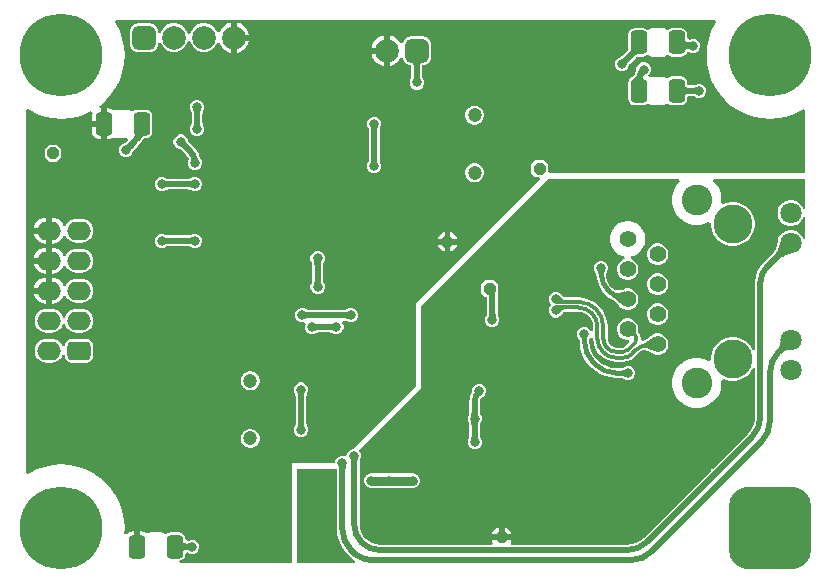
<source format=gtl>
G04*
G04 #@! TF.GenerationSoftware,Altium Limited,Altium Designer,22.11.1 (43)*
G04*
G04 Layer_Physical_Order=1*
G04 Layer_Color=255*
%FSLAX44Y44*%
%MOMM*%
G71*
G04*
G04 #@! TF.SameCoordinates,EED40AE4-AA45-4B6A-A555-91E3D054F81B*
G04*
G04*
G04 #@! TF.FilePolarity,Positive*
G04*
G01*
G75*
%ADD10C,0.4000*%
%ADD27C,1.4000*%
%ADD29C,0.5000*%
%ADD30C,0.3000*%
G04:AMPARAMS|DCode=31|XSize=2mm|YSize=1.4mm|CornerRadius=0.35mm|HoleSize=0mm|Usage=FLASHONLY|Rotation=90.000|XOffset=0mm|YOffset=0mm|HoleType=Round|Shape=RoundedRectangle|*
%AMROUNDEDRECTD31*
21,1,2.0000,0.7000,0,0,90.0*
21,1,1.3000,1.4000,0,0,90.0*
1,1,0.7000,0.3500,0.6500*
1,1,0.7000,0.3500,-0.6500*
1,1,0.7000,-0.3500,-0.6500*
1,1,0.7000,-0.3500,0.6500*
%
%ADD31ROUNDEDRECTD31*%
%ADD32C,0.8000*%
G04:AMPARAMS|DCode=33|XSize=2mm|YSize=2mm|CornerRadius=0.5mm|HoleSize=0mm|Usage=FLASHONLY|Rotation=180.000|XOffset=0mm|YOffset=0mm|HoleType=Round|Shape=RoundedRectangle|*
%AMROUNDEDRECTD33*
21,1,2.0000,1.0000,0,0,180.0*
21,1,1.0000,2.0000,0,0,180.0*
1,1,1.0000,-0.5000,0.5000*
1,1,1.0000,0.5000,0.5000*
1,1,1.0000,0.5000,-0.5000*
1,1,1.0000,-0.5000,-0.5000*
%
%ADD33ROUNDEDRECTD33*%
%ADD34C,2.0000*%
%ADD35C,1.8000*%
%ADD36C,3.3000*%
%ADD37C,2.6000*%
%ADD38C,7.0000*%
G04:AMPARAMS|DCode=39|XSize=1mm|YSize=1mm|CornerRadius=0mm|HoleSize=0mm|Usage=FLASHONLY|Rotation=90.000|XOffset=0mm|YOffset=0mm|HoleType=Round|Shape=Octagon|*
%AMOCTAGOND39*
4,1,8,0.2500,0.5000,-0.2500,0.5000,-0.5000,0.2500,-0.5000,-0.2500,-0.2500,-0.5000,0.2500,-0.5000,0.5000,-0.2500,0.5000,0.2500,0.2500,0.5000,0.0*
%
%ADD39OCTAGOND39*%

G04:AMPARAMS|DCode=40|XSize=1mm|YSize=1mm|CornerRadius=0mm|HoleSize=0mm|Usage=FLASHONLY|Rotation=0.000|XOffset=0mm|YOffset=0mm|HoleType=Round|Shape=Octagon|*
%AMOCTAGOND40*
4,1,8,0.5000,-0.2500,0.5000,0.2500,0.2500,0.5000,-0.2500,0.5000,-0.5000,0.2500,-0.5000,-0.2500,-0.2500,-0.5000,0.2500,-0.5000,0.5000,-0.2500,0.0*
%
%ADD40OCTAGOND40*%

%ADD41O,2.0000X1.6000*%
G04:AMPARAMS|DCode=42|XSize=1.6mm|YSize=2mm|CornerRadius=0.4mm|HoleSize=0mm|Usage=FLASHONLY|Rotation=90.000|XOffset=0mm|YOffset=0mm|HoleType=Round|Shape=RoundedRectangle|*
%AMROUNDEDRECTD42*
21,1,1.6000,1.2000,0,0,90.0*
21,1,0.8000,2.0000,0,0,90.0*
1,1,0.8000,0.6000,0.4000*
1,1,0.8000,0.6000,-0.4000*
1,1,0.8000,-0.6000,-0.4000*
1,1,0.8000,-0.6000,0.4000*
%
%ADD42ROUNDEDRECTD42*%
%ADD43C,1.2000*%
G04:AMPARAMS|DCode=44|XSize=7mm|YSize=7mm|CornerRadius=1.75mm|HoleSize=0mm|Usage=FLASHONLY|Rotation=0.000|XOffset=0mm|YOffset=0mm|HoleType=Round|Shape=RoundedRectangle|*
%AMROUNDEDRECTD44*
21,1,7.0000,3.5000,0,0,0.0*
21,1,3.5000,7.0000,0,0,0.0*
1,1,3.5000,1.7500,-1.7500*
1,1,3.5000,-1.7500,-1.7500*
1,1,3.5000,-1.7500,1.7500*
1,1,3.5000,1.7500,1.7500*
%
%ADD44ROUNDEDRECTD44*%
%ADD45C,0.8000*%
G36*
X604523Y478236D02*
X603568Y476807D01*
X600466Y470518D01*
X598212Y463876D01*
X596844Y456998D01*
X596385Y450000D01*
X596844Y443002D01*
X598212Y436124D01*
X600466Y429482D01*
X603568Y423193D01*
X607464Y417361D01*
X612089Y412089D01*
X617361Y407464D01*
X623193Y403568D01*
X629482Y400466D01*
X636124Y398212D01*
X643002Y396844D01*
X650000Y396385D01*
X656998Y396844D01*
X663876Y398212D01*
X670518Y400466D01*
X676807Y403568D01*
X678236Y404523D01*
X680000Y403580D01*
Y350000D01*
X463793Y350000D01*
X462000Y352000D01*
Y357500D01*
X458500Y361000D01*
X451500D01*
X448000Y357500D01*
Y350500D01*
X451500Y347000D01*
X454387D01*
X455152Y345152D01*
X350000Y240000D01*
Y170000D01*
X297000Y117000D01*
X296807D01*
X294601Y116087D01*
X292913Y114399D01*
X292000Y112193D01*
Y112000D01*
X290471Y110471D01*
X289193Y111000D01*
X286807D01*
X284601Y110086D01*
X282913Y108399D01*
X282000Y106194D01*
Y105000D01*
X245000D01*
Y20000D01*
X150239D01*
X150042Y22000D01*
X151646Y22319D01*
X153465Y23535D01*
X154681Y25354D01*
X155108Y27500D01*
Y27889D01*
X155869Y28577D01*
X156996Y29258D01*
X157240Y29202D01*
X157346Y29169D01*
X157601Y28914D01*
X159806Y28000D01*
X162194D01*
X164399Y28914D01*
X166087Y30601D01*
X167000Y32806D01*
Y35194D01*
X166087Y37399D01*
X164399Y39087D01*
X162194Y40000D01*
X159806D01*
X157601Y39087D01*
X157346Y38831D01*
X157240Y38798D01*
X156996Y38742D01*
X156047Y39309D01*
X155108Y40170D01*
Y40500D01*
X154681Y42646D01*
X153465Y44465D01*
X151646Y45681D01*
X149500Y46108D01*
X142500D01*
X140354Y45681D01*
X138933Y44731D01*
X138246Y44748D01*
X137276Y44938D01*
X136612Y45188D01*
X136442Y45442D01*
X135780Y45884D01*
X135000Y46039D01*
X125000D01*
X124220Y45884D01*
X123558Y45442D01*
X121413Y45690D01*
X120778Y46178D01*
X119197Y46833D01*
X117500Y47056D01*
X116500D01*
Y34000D01*
X111500D01*
Y47056D01*
X110500D01*
X108803Y46833D01*
X107222Y46178D01*
X105864Y45136D01*
X105248Y44332D01*
X103292Y45068D01*
X103615Y50000D01*
X103156Y56998D01*
X101788Y63877D01*
X99534Y70518D01*
X96432Y76807D01*
X92535Y82639D01*
X87911Y87911D01*
X82639Y92535D01*
X76807Y96432D01*
X70518Y99534D01*
X63877Y101788D01*
X56998Y103156D01*
X50000Y103615D01*
X43002Y103156D01*
X36123Y101788D01*
X29483Y99534D01*
X23193Y96432D01*
X21764Y95477D01*
X20000Y96420D01*
Y403580D01*
X21764Y404523D01*
X23193Y403568D01*
X29483Y400466D01*
X36123Y398212D01*
X43002Y396844D01*
X50000Y396385D01*
X56998Y396844D01*
X63877Y398212D01*
X70518Y400466D01*
X75173Y402762D01*
X75297Y402688D01*
X76597Y401235D01*
X76167Y400197D01*
X75944Y398500D01*
Y394500D01*
X83500D01*
Y405056D01*
X82634D01*
X82479Y405223D01*
X82117Y407116D01*
X82639Y407464D01*
X87911Y412089D01*
X92535Y417361D01*
X96432Y423193D01*
X99534Y429482D01*
X101788Y436124D01*
X103156Y443002D01*
X103615Y450000D01*
X103156Y456998D01*
X101788Y463876D01*
X99534Y470518D01*
X96432Y476807D01*
X95477Y478236D01*
X96420Y480000D01*
X603580D01*
X604523Y478236D01*
D02*
G37*
G36*
X680000Y319877D02*
X678000Y319614D01*
X677750Y320546D01*
X676302Y323054D01*
X674254Y325102D01*
X671746Y326550D01*
X668948Y327300D01*
X666052D01*
X663254Y326550D01*
X660746Y325102D01*
X658698Y323054D01*
X657250Y320546D01*
X656500Y317748D01*
Y314852D01*
X657250Y312054D01*
X658698Y309546D01*
X660746Y307498D01*
X663254Y306050D01*
X666052Y305300D01*
X668948D01*
X671746Y306050D01*
X674254Y307498D01*
X676302Y309546D01*
X677750Y312054D01*
X678000Y312986D01*
X680000Y312723D01*
Y294477D01*
X678000Y294214D01*
X677750Y295146D01*
X676302Y297654D01*
X674254Y299702D01*
X671746Y301150D01*
X668948Y301900D01*
X666052D01*
X663254Y301150D01*
X660746Y299702D01*
X658698Y297654D01*
X657250Y295146D01*
X656500Y292348D01*
Y291987D01*
X656339Y290954D01*
X656065Y289653D01*
X655732Y288421D01*
X655342Y287259D01*
X654894Y286164D01*
X654390Y285134D01*
X653830Y284169D01*
X653214Y283265D01*
X652581Y282469D01*
X645603Y275492D01*
X644178Y274100D01*
X644179Y274100D01*
X641295Y270587D01*
X639153Y266579D01*
X637834Y262230D01*
X637388Y257707D01*
X637412D01*
X637412Y257707D01*
Y200762D01*
X635412Y200364D01*
X634894Y201613D01*
X632870Y204643D01*
X630293Y207220D01*
X627263Y209244D01*
X623896Y210639D01*
X620322Y211350D01*
X616678D01*
X613104Y210639D01*
X609737Y209244D01*
X606707Y207220D01*
X604130Y204643D01*
X602105Y201613D01*
X600711Y198246D01*
X600000Y194672D01*
Y192194D01*
X598000Y191125D01*
X597947Y191160D01*
X594126Y192743D01*
X590068Y193550D01*
X585932D01*
X581875Y192743D01*
X578053Y191160D01*
X574613Y188862D01*
X571688Y185937D01*
X569390Y182497D01*
X567807Y178675D01*
X567000Y174618D01*
Y170482D01*
X567807Y166425D01*
X569390Y162603D01*
X571688Y159163D01*
X574613Y156238D01*
X578053Y153940D01*
X581875Y152357D01*
X585932Y151550D01*
X590068D01*
X594126Y152357D01*
X597947Y153940D01*
X601387Y156238D01*
X604312Y159163D01*
X606610Y162603D01*
X608193Y166425D01*
X609000Y170482D01*
Y174618D01*
X610758Y176033D01*
X613104Y175061D01*
X616678Y174350D01*
X620322D01*
X623896Y175061D01*
X627263Y176455D01*
X630293Y178480D01*
X632870Y181057D01*
X634894Y184087D01*
X635412Y185336D01*
X637412Y184938D01*
Y144521D01*
X637453Y144314D01*
X637072Y140449D01*
X635885Y136533D01*
X633956Y132924D01*
X631492Y129922D01*
X631316Y129805D01*
X601511Y100000D01*
X600000D01*
Y98489D01*
X543195Y41684D01*
X543078Y41508D01*
X540076Y39044D01*
X536467Y37115D01*
X532551Y35928D01*
X528686Y35547D01*
X528479Y35588D01*
X431201D01*
X430436Y37436D01*
X431000Y38000D01*
Y39500D01*
X423000D01*
X415000D01*
Y38000D01*
X415564Y37436D01*
X414799Y35588D01*
X320000D01*
X319848Y35558D01*
X316594Y35878D01*
X313319Y36872D01*
X310301Y38485D01*
X307656Y40656D01*
X305485Y43301D01*
X303872Y46319D01*
X302878Y49594D01*
X302558Y52848D01*
X302588Y53000D01*
Y105586D01*
X302595Y105755D01*
X302689Y106683D01*
X302742Y106996D01*
X302798Y107240D01*
X302831Y107346D01*
X303086Y107601D01*
X304000Y109806D01*
Y112193D01*
X303086Y114399D01*
X302243Y115243D01*
X355000Y168000D01*
Y238000D01*
X462000Y345000D01*
X573023D01*
X573852Y343000D01*
X571688Y340837D01*
X569390Y337397D01*
X567807Y333576D01*
X567000Y329518D01*
Y325382D01*
X567807Y321325D01*
X569390Y317503D01*
X571688Y314063D01*
X574613Y311138D01*
X578053Y308840D01*
X581875Y307257D01*
X585932Y306450D01*
X590068D01*
X594126Y307257D01*
X597947Y308840D01*
X598000Y308875D01*
X600000Y307806D01*
Y305328D01*
X600711Y301754D01*
X602105Y298387D01*
X604130Y295357D01*
X606707Y292780D01*
X609737Y290756D01*
X613104Y289361D01*
X616678Y288650D01*
X620322D01*
X623896Y289361D01*
X627263Y290756D01*
X630293Y292780D01*
X632870Y295357D01*
X634894Y298387D01*
X636289Y301754D01*
X637000Y305328D01*
Y308972D01*
X636289Y312546D01*
X634894Y315913D01*
X632870Y318943D01*
X630293Y321520D01*
X627263Y323545D01*
X623896Y324939D01*
X620322Y325650D01*
X616678D01*
X613104Y324939D01*
X610758Y323967D01*
X609000Y325382D01*
Y329518D01*
X608193Y333576D01*
X606610Y337397D01*
X604312Y340837D01*
X602149Y343000D01*
X602977Y345000D01*
X680000D01*
Y319877D01*
D02*
G37*
G36*
X668661Y281975D02*
X667187Y281746D01*
X665777Y281449D01*
X664430Y281085D01*
X663147Y280654D01*
X661928Y280155D01*
X660773Y279590D01*
X659682Y278957D01*
X658654Y278257D01*
X657690Y277489D01*
X656790Y276655D01*
X653255Y280190D01*
X654089Y281090D01*
X654857Y282054D01*
X655557Y283082D01*
X656190Y284173D01*
X656755Y285329D01*
X657254Y286547D01*
X657685Y287830D01*
X658049Y289177D01*
X658346Y290587D01*
X658575Y292061D01*
X668661Y281975D01*
D02*
G37*
G36*
X666016Y200223D02*
X665353Y200293D01*
X664686Y200282D01*
X664015Y200189D01*
X663340Y200016D01*
X662661Y199762D01*
X661979Y199426D01*
X661292Y199009D01*
X660601Y198511D01*
X659906Y197932D01*
X659207Y197272D01*
X655672Y200807D01*
X656332Y201506D01*
X656911Y202201D01*
X657409Y202892D01*
X657826Y203579D01*
X658161Y204261D01*
X658416Y204940D01*
X658589Y205615D01*
X658682Y206286D01*
X658693Y206953D01*
X658623Y207616D01*
X666016Y200223D01*
D02*
G37*
G36*
X301042Y108357D02*
X300928Y108094D01*
X300828Y107773D01*
X300741Y107393D01*
X300667Y106954D01*
X300560Y105900D01*
X300507Y104611D01*
X300500Y103877D01*
X295500D01*
X295493Y104611D01*
X295333Y106954D01*
X295259Y107393D01*
X295172Y107773D01*
X295071Y108094D01*
X294958Y108357D01*
X294830Y108560D01*
X301170D01*
X301042Y108357D01*
D02*
G37*
G36*
X291042Y102357D02*
X290929Y102094D01*
X290828Y101773D01*
X290741Y101393D01*
X290667Y100954D01*
X290560Y99900D01*
X290507Y98611D01*
X290500Y97878D01*
X285500D01*
X285493Y98611D01*
X285333Y100954D01*
X285259Y101393D01*
X285172Y101773D01*
X285072Y102094D01*
X284958Y102357D01*
X284830Y102560D01*
X291170D01*
X291042Y102357D01*
D02*
G37*
G36*
X153019Y38525D02*
X153170Y38100D01*
X153422Y37725D01*
X153774Y37400D01*
X154227Y37125D01*
X154780Y36900D01*
X155434Y36725D01*
X156125Y36611D01*
X156954Y36667D01*
X157393Y36741D01*
X157773Y36828D01*
X158094Y36929D01*
X158357Y37042D01*
X158560Y37170D01*
Y30830D01*
X158357Y30958D01*
X158094Y31072D01*
X157773Y31172D01*
X157393Y31259D01*
X156954Y31333D01*
X156244Y31405D01*
X156188Y31400D01*
X155434Y31275D01*
X154780Y31100D01*
X154227Y30875D01*
X153774Y30600D01*
X153422Y30275D01*
X153170Y29900D01*
X153019Y29475D01*
X152969Y29000D01*
Y39000D01*
X153019Y38525D01*
D02*
G37*
G36*
X283412Y99157D02*
Y48993D01*
X283408D01*
X283777Y44301D01*
X284876Y39725D01*
X286677Y35376D01*
X289136Y31363D01*
X292192Y27785D01*
X292195Y27788D01*
X295079Y24904D01*
X295123Y24860D01*
X295123Y24860D01*
X295953Y24030D01*
X296524Y23555D01*
X296524Y23555D01*
X299061Y22000D01*
X298497Y20000D01*
X250000D01*
Y100000D01*
X283354D01*
X283412Y99157D01*
D02*
G37*
%LPC*%
G36*
X574500Y473108D02*
X567500D01*
X565354Y472681D01*
X563933Y471731D01*
X563246Y471748D01*
X562276Y471938D01*
X561612Y472188D01*
X561442Y472442D01*
X560780Y472884D01*
X560000Y473039D01*
X550000D01*
X549220Y472884D01*
X548558Y472442D01*
X548388Y472188D01*
X547724Y471938D01*
X546754Y471748D01*
X546067Y471731D01*
X544646Y472681D01*
X542500Y473108D01*
X535500D01*
X533354Y472681D01*
X531535Y471465D01*
X530319Y469646D01*
X529892Y467500D01*
Y454749D01*
X529563Y454277D01*
X528287Y452775D01*
X525584Y450072D01*
X525460Y449958D01*
X524737Y449369D01*
X524478Y449184D01*
X524266Y449051D01*
X524168Y449000D01*
X523806D01*
X521601Y448087D01*
X519913Y446399D01*
X519000Y444193D01*
Y441806D01*
X519913Y439601D01*
X521601Y437913D01*
X523806Y437000D01*
X526194D01*
X528399Y437913D01*
X530087Y439601D01*
X531000Y441806D01*
Y442168D01*
X531051Y442266D01*
X531184Y442478D01*
X531350Y442710D01*
X532376Y443887D01*
X535682Y447193D01*
X536218Y447668D01*
X536983Y448278D01*
X537655Y448743D01*
X537915Y448892D01*
X542500D01*
X544646Y449319D01*
X546067Y450269D01*
X546754Y450252D01*
X547724Y450062D01*
X548388Y449813D01*
X548558Y449558D01*
X549220Y449116D01*
X550000Y448961D01*
X560000D01*
X560780Y449116D01*
X561442Y449558D01*
X561612Y449813D01*
X562276Y450062D01*
X563246Y450252D01*
X563933Y450269D01*
X565354Y449319D01*
X567500Y448892D01*
X574500D01*
X576646Y449319D01*
X578465Y450535D01*
X579572Y452191D01*
X579696Y452289D01*
X580032Y452456D01*
X581188Y452793D01*
X581814Y452825D01*
X583806Y452000D01*
X586194D01*
X588399Y452913D01*
X590087Y454601D01*
X591000Y456806D01*
Y459193D01*
X590087Y461399D01*
X588399Y463087D01*
X586194Y464000D01*
X583806D01*
X582107Y463296D01*
X582004Y463290D01*
X580108Y464771D01*
Y467500D01*
X579681Y469646D01*
X578465Y471465D01*
X576646Y472681D01*
X574500Y473108D01*
D02*
G37*
G36*
X193700Y477789D02*
X191182Y477114D01*
X188218Y475403D01*
X185797Y472982D01*
X184086Y470018D01*
X184018Y469763D01*
X182240Y469649D01*
X181934Y469715D01*
X180402Y472368D01*
X178168Y474602D01*
X175432Y476182D01*
X172380Y477000D01*
X169220D01*
X166168Y476182D01*
X163432Y474602D01*
X161198Y472368D01*
X159618Y469632D01*
X159135Y467831D01*
X157065D01*
X156582Y469632D01*
X155002Y472368D01*
X152768Y474602D01*
X150032Y476182D01*
X146980Y477000D01*
X143820D01*
X140768Y476182D01*
X138032Y474602D01*
X135798Y472368D01*
X134218Y469632D01*
X134060Y469044D01*
X132060Y469308D01*
Y470000D01*
X131820Y471827D01*
X131115Y473530D01*
X129993Y474992D01*
X128530Y476115D01*
X126827Y476820D01*
X125000Y477060D01*
X115000D01*
X113173Y476820D01*
X111470Y476115D01*
X110007Y474992D01*
X108885Y473530D01*
X108180Y471827D01*
X107940Y470000D01*
Y460000D01*
X108180Y458173D01*
X108885Y456470D01*
X110007Y455008D01*
X111470Y453885D01*
X113173Y453180D01*
X115000Y452940D01*
X125000D01*
X126827Y453180D01*
X128530Y453885D01*
X129993Y455008D01*
X131115Y456470D01*
X131820Y458173D01*
X132060Y460000D01*
Y460692D01*
X134060Y460956D01*
X134218Y460368D01*
X135798Y457632D01*
X138032Y455398D01*
X140768Y453818D01*
X143820Y453000D01*
X146980D01*
X150032Y453818D01*
X152768Y455398D01*
X155002Y457632D01*
X156582Y460368D01*
X157065Y462169D01*
X159135D01*
X159618Y460368D01*
X161198Y457632D01*
X163432Y455398D01*
X166168Y453818D01*
X169220Y453000D01*
X172380D01*
X175432Y453818D01*
X178168Y455398D01*
X180402Y457632D01*
X181934Y460285D01*
X182240Y460351D01*
X184018Y460237D01*
X184086Y459982D01*
X185797Y457018D01*
X188218Y454597D01*
X191182Y452886D01*
X193700Y452211D01*
Y465000D01*
Y477789D01*
D02*
G37*
G36*
X198700D02*
Y467500D01*
X208989D01*
X208314Y470018D01*
X206603Y472982D01*
X204182Y475403D01*
X201218Y477114D01*
X198700Y477789D01*
D02*
G37*
G36*
X323100Y466789D02*
X320582Y466114D01*
X317618Y464403D01*
X315197Y461982D01*
X313486Y459018D01*
X312811Y456500D01*
X323100D01*
Y466789D01*
D02*
G37*
G36*
X208989Y462500D02*
X198700D01*
Y452211D01*
X201218Y452886D01*
X204182Y454597D01*
X206603Y457018D01*
X208314Y459982D01*
X208989Y462500D01*
D02*
G37*
G36*
X323100Y451500D02*
X312811D01*
X313486Y448982D01*
X315197Y446018D01*
X317618Y443597D01*
X320582Y441886D01*
X323100Y441211D01*
Y451500D01*
D02*
G37*
G36*
X328100Y466789D02*
Y454000D01*
Y441211D01*
X330618Y441886D01*
X333582Y443597D01*
X336003Y446018D01*
X337071Y447869D01*
X339143Y447457D01*
X339180Y447173D01*
X339885Y445470D01*
X341007Y444007D01*
X342470Y442886D01*
X344173Y442180D01*
X345987Y441941D01*
X346047Y441841D01*
X346163Y441557D01*
X346279Y441122D01*
X346376Y440542D01*
X346412Y440127D01*
Y432414D01*
X346405Y432245D01*
X346311Y431317D01*
X346258Y431004D01*
X346202Y430760D01*
X346169Y430654D01*
X345914Y430399D01*
X345000Y428194D01*
Y425807D01*
X345914Y423601D01*
X347601Y421913D01*
X349807Y421000D01*
X352193D01*
X354399Y421913D01*
X356087Y423601D01*
X357000Y425807D01*
Y428194D01*
X356087Y430399D01*
X355831Y430654D01*
X355798Y430760D01*
X355742Y431004D01*
X355695Y431285D01*
X355588Y432843D01*
Y440128D01*
X355625Y440543D01*
X355720Y441123D01*
X355837Y441558D01*
X355952Y441842D01*
X356012Y441941D01*
X357827Y442180D01*
X359530Y442886D01*
X360993Y444007D01*
X362114Y445470D01*
X362820Y447173D01*
X363060Y449000D01*
Y459000D01*
X362820Y460827D01*
X362114Y462530D01*
X360993Y463993D01*
X359530Y465115D01*
X357827Y465820D01*
X356000Y466060D01*
X346000D01*
X344173Y465820D01*
X342470Y465115D01*
X341007Y463993D01*
X339885Y462530D01*
X339180Y460827D01*
X339143Y460543D01*
X337071Y460131D01*
X336003Y461982D01*
X333582Y464403D01*
X330618Y466114D01*
X328100Y466789D01*
D02*
G37*
G36*
X544193Y444000D02*
X541806D01*
X539601Y443087D01*
X537914Y441399D01*
X537000Y439193D01*
Y437756D01*
X536508Y436649D01*
X535801Y435325D01*
X535543Y434475D01*
X535494Y434364D01*
X535470Y434257D01*
X535416Y434128D01*
X535145Y433581D01*
X534862Y433101D01*
X534568Y432686D01*
X534267Y432333D01*
X533958Y432035D01*
X533642Y431787D01*
X533526Y431715D01*
X533354Y431681D01*
X532937Y431402D01*
X532868Y431369D01*
X532711Y431251D01*
X531535Y430465D01*
X530319Y428646D01*
X529892Y426500D01*
Y413500D01*
X530319Y411354D01*
X531535Y409535D01*
X533354Y408319D01*
X535500Y407892D01*
X542500D01*
X544646Y408319D01*
X546067Y409269D01*
X546754Y409252D01*
X547724Y409062D01*
X548388Y408812D01*
X548558Y408558D01*
X549220Y408116D01*
X550000Y407961D01*
X560000D01*
X560780Y408116D01*
X561442Y408558D01*
X561612Y408812D01*
X562276Y409062D01*
X563246Y409252D01*
X563933Y409269D01*
X565354Y408319D01*
X567500Y407892D01*
X574500D01*
X576646Y408319D01*
X578465Y409535D01*
X579681Y411354D01*
X580108Y413500D01*
Y415024D01*
X580146Y415047D01*
X580430Y415163D01*
X580865Y415280D01*
X581445Y415375D01*
X581860Y415412D01*
X584586D01*
X584755Y415405D01*
X585682Y415311D01*
X585996Y415258D01*
X586240Y415202D01*
X586346Y415169D01*
X586601Y414913D01*
X588806Y414000D01*
X591194D01*
X593399Y414913D01*
X595087Y416601D01*
X596000Y418806D01*
Y421194D01*
X595087Y423399D01*
X593399Y425087D01*
X591194Y426000D01*
X588806D01*
X586601Y425087D01*
X586346Y424831D01*
X586240Y424798D01*
X585996Y424742D01*
X585715Y424695D01*
X584157Y424588D01*
X581860D01*
X581445Y424625D01*
X580865Y424721D01*
X580430Y424837D01*
X580146Y424953D01*
X580108Y424976D01*
Y426500D01*
X579681Y428646D01*
X578465Y430465D01*
X576646Y431681D01*
X574500Y432108D01*
X567500D01*
X565354Y431681D01*
X563933Y430731D01*
X563246Y430748D01*
X562276Y430938D01*
X561612Y431188D01*
X561442Y431442D01*
X560780Y431884D01*
X560000Y432039D01*
X550000D01*
X549220Y431884D01*
X548558Y431442D01*
X547376Y431959D01*
X546929Y433444D01*
X548087Y434601D01*
X549000Y436806D01*
Y439193D01*
X548087Y441399D01*
X546399Y443087D01*
X544193Y444000D01*
D02*
G37*
G36*
X401053Y407400D02*
X398947D01*
X396912Y406855D01*
X395088Y405802D01*
X393598Y404312D01*
X392545Y402488D01*
X392000Y400453D01*
Y398347D01*
X392545Y396312D01*
X393598Y394488D01*
X395088Y392998D01*
X396912Y391945D01*
X398947Y391400D01*
X401053D01*
X403088Y391945D01*
X404912Y392998D01*
X406402Y394488D01*
X407455Y396312D01*
X408000Y398347D01*
Y400453D01*
X407455Y402488D01*
X406402Y404312D01*
X404912Y405802D01*
X403088Y406855D01*
X401053Y407400D01*
D02*
G37*
G36*
X166194Y412000D02*
X163806D01*
X161601Y411087D01*
X159913Y409399D01*
X159000Y407193D01*
Y404807D01*
X159913Y402601D01*
X160169Y402346D01*
X160202Y402240D01*
X160258Y401996D01*
X160305Y401715D01*
X160412Y400157D01*
Y392914D01*
X160405Y392745D01*
X160310Y391818D01*
X160258Y391504D01*
X160202Y391260D01*
X160169Y391154D01*
X159913Y390899D01*
X159000Y388694D01*
Y386306D01*
X159913Y384101D01*
X161601Y382413D01*
X163806Y381500D01*
X166194D01*
X168399Y382413D01*
X170087Y384101D01*
X171000Y386306D01*
Y388694D01*
X170087Y390899D01*
X169831Y391154D01*
X169798Y391260D01*
X169742Y391504D01*
X169695Y391785D01*
X169588Y393343D01*
Y400586D01*
X169595Y400755D01*
X169690Y401683D01*
X169742Y401996D01*
X169798Y402240D01*
X169831Y402346D01*
X170087Y402601D01*
X171000Y404807D01*
Y407193D01*
X170087Y409399D01*
X168399Y411087D01*
X166194Y412000D01*
D02*
G37*
G36*
X83500Y389500D02*
X75944D01*
Y385500D01*
X76167Y383803D01*
X76822Y382222D01*
X77864Y380864D01*
X79222Y379822D01*
X80803Y379167D01*
X82500Y378944D01*
X83500D01*
Y389500D01*
D02*
G37*
G36*
X89500Y405056D02*
X88500D01*
Y392000D01*
Y378944D01*
X89500D01*
X91197Y379167D01*
X92778Y379822D01*
X93413Y380310D01*
X95558Y380558D01*
X96220Y380116D01*
X97000Y379961D01*
X105644D01*
X106472Y377961D01*
X105584Y377072D01*
X105460Y376958D01*
X104737Y376369D01*
X104478Y376184D01*
X104265Y376051D01*
X104168Y376000D01*
X103806D01*
X101601Y375087D01*
X99913Y373399D01*
X99000Y371194D01*
Y368806D01*
X99913Y366601D01*
X101601Y364913D01*
X103806Y364000D01*
X106194D01*
X108399Y364913D01*
X110086Y366601D01*
X111000Y368806D01*
Y369168D01*
X111051Y369266D01*
X111184Y369478D01*
X111350Y369710D01*
X112376Y370887D01*
X114880Y373392D01*
X114908Y373364D01*
X118185Y377358D01*
X118417Y377792D01*
X118688Y378141D01*
X119223Y378753D01*
X119713Y379241D01*
X120147Y379604D01*
X120511Y379848D01*
X120600Y379892D01*
X121500D01*
X123646Y380319D01*
X125465Y381535D01*
X126681Y383354D01*
X127108Y385500D01*
Y398500D01*
X126681Y400646D01*
X125465Y402465D01*
X123646Y403681D01*
X121500Y404108D01*
X114500D01*
X112354Y403681D01*
X110933Y402731D01*
X110246Y402748D01*
X109276Y402938D01*
X108612Y403187D01*
X108442Y403442D01*
X107780Y403884D01*
X107000Y404039D01*
X97000D01*
X96220Y403884D01*
X95558Y403442D01*
X93413Y403690D01*
X92778Y404178D01*
X91197Y404833D01*
X89500Y405056D01*
D02*
G37*
G36*
X46500Y374000D02*
X39500D01*
X36000Y370500D01*
Y363500D01*
X39500Y360000D01*
X46500D01*
X50000Y363500D01*
Y370500D01*
X46500Y374000D01*
D02*
G37*
G36*
X152193Y383000D02*
X149806D01*
X147601Y382087D01*
X145913Y380399D01*
X145000Y378194D01*
Y375807D01*
X145913Y373601D01*
X147601Y371913D01*
X149806Y371000D01*
X150168D01*
X150266Y370949D01*
X150478Y370816D01*
X150710Y370650D01*
X151887Y369624D01*
X154533Y366979D01*
X155947Y365564D01*
X157150Y364063D01*
X157431Y363697D01*
X157507Y363543D01*
X157671Y363147D01*
X157673Y363143D01*
X157754Y362856D01*
X157804Y362580D01*
X157824Y362309D01*
X157817Y362037D01*
X157781Y361759D01*
X157713Y361467D01*
X157583Y361074D01*
X157568Y360952D01*
X157254Y360195D01*
Y357808D01*
X158167Y355602D01*
X159855Y353915D01*
X162060Y353001D01*
X164447D01*
X166652Y353915D01*
X168340Y355602D01*
X169254Y357808D01*
Y360195D01*
X168340Y362400D01*
X167303Y363437D01*
X167082Y363941D01*
X167050Y364047D01*
X166919Y364706D01*
X166793Y364894D01*
X166437Y366065D01*
X164732Y369256D01*
X162436Y372053D01*
X162436Y372053D01*
X161021Y373467D01*
X158072Y376416D01*
X157958Y376540D01*
X157369Y377263D01*
X157184Y377522D01*
X157051Y377734D01*
X157000Y377832D01*
Y378194D01*
X156087Y380399D01*
X154399Y382087D01*
X152193Y383000D01*
D02*
G37*
G36*
X316194Y398000D02*
X313806D01*
X311601Y397087D01*
X309914Y395399D01*
X309000Y393194D01*
Y390807D01*
X309914Y388601D01*
X310169Y388346D01*
X310202Y388240D01*
X310258Y387996D01*
X310305Y387715D01*
X310412Y386157D01*
Y361414D01*
X310405Y361245D01*
X310310Y360317D01*
X310258Y360004D01*
X310202Y359760D01*
X310169Y359654D01*
X309914Y359399D01*
X309000Y357193D01*
Y354807D01*
X309914Y352601D01*
X311601Y350913D01*
X313806Y350000D01*
X316194D01*
X318399Y350913D01*
X320087Y352601D01*
X321000Y354807D01*
Y357193D01*
X320087Y359399D01*
X319831Y359654D01*
X319798Y359760D01*
X319742Y360004D01*
X319695Y360285D01*
X319588Y361843D01*
Y386586D01*
X319595Y386755D01*
X319690Y387683D01*
X319742Y387996D01*
X319798Y388240D01*
X319831Y388346D01*
X320087Y388601D01*
X321000Y390807D01*
Y393194D01*
X320087Y395399D01*
X318399Y397087D01*
X316194Y398000D01*
D02*
G37*
G36*
X164193Y347000D02*
X161807D01*
X159601Y346087D01*
X159346Y345831D01*
X159240Y345798D01*
X158996Y345742D01*
X158715Y345695D01*
X157157Y345588D01*
X140414D01*
X140245Y345595D01*
X139318Y345690D01*
X139004Y345742D01*
X138760Y345798D01*
X138654Y345831D01*
X138399Y346087D01*
X136194Y347000D01*
X133806D01*
X131601Y346087D01*
X129914Y344399D01*
X129000Y342193D01*
Y339807D01*
X129914Y337601D01*
X131601Y335913D01*
X133806Y335000D01*
X136194D01*
X138399Y335913D01*
X138654Y336169D01*
X138760Y336202D01*
X139004Y336258D01*
X139285Y336305D01*
X140843Y336412D01*
X157586D01*
X157755Y336405D01*
X158683Y336311D01*
X158996Y336258D01*
X159240Y336202D01*
X159346Y336169D01*
X159601Y335913D01*
X161807Y335000D01*
X164193D01*
X166399Y335913D01*
X168087Y337601D01*
X169000Y339807D01*
Y342193D01*
X168087Y344399D01*
X166399Y346087D01*
X164193Y347000D01*
D02*
G37*
G36*
X401053Y358600D02*
X398947D01*
X396912Y358055D01*
X395088Y357002D01*
X393598Y355512D01*
X392545Y353688D01*
X392000Y351653D01*
Y349547D01*
X392545Y347512D01*
X393598Y345688D01*
X395088Y344198D01*
X396912Y343145D01*
X398947Y342600D01*
X401053D01*
X403088Y343145D01*
X404912Y344198D01*
X406402Y345688D01*
X407455Y347512D01*
X408000Y349547D01*
Y351653D01*
X407455Y353688D01*
X406402Y355512D01*
X404912Y357002D01*
X403088Y358055D01*
X401053Y358600D01*
D02*
G37*
G36*
X37100Y312629D02*
X34728Y312317D01*
X32053Y311208D01*
X29755Y309445D01*
X27991Y307147D01*
X26883Y304472D01*
X26834Y304100D01*
X37100D01*
Y312629D01*
D02*
G37*
G36*
X164193Y299000D02*
X161807D01*
X159601Y298087D01*
X159346Y297831D01*
X159240Y297798D01*
X158996Y297742D01*
X158715Y297695D01*
X157157Y297588D01*
X140414D01*
X140245Y297595D01*
X139318Y297689D01*
X139004Y297742D01*
X138760Y297798D01*
X138654Y297831D01*
X138399Y298087D01*
X136194Y299000D01*
X133806D01*
X131601Y298087D01*
X129914Y296399D01*
X129000Y294193D01*
Y291807D01*
X129914Y289601D01*
X131601Y287913D01*
X133806Y287000D01*
X136194D01*
X138399Y287913D01*
X138654Y288169D01*
X138760Y288202D01*
X139004Y288258D01*
X139285Y288305D01*
X140843Y288412D01*
X157586D01*
X157755Y288405D01*
X158683Y288311D01*
X158996Y288258D01*
X159240Y288202D01*
X159346Y288169D01*
X159601Y287913D01*
X161807Y287000D01*
X164193D01*
X166399Y287913D01*
X168087Y289601D01*
X169000Y291807D01*
Y294193D01*
X168087Y296399D01*
X166399Y298087D01*
X164193Y299000D01*
D02*
G37*
G36*
X381000Y300000D02*
X379500D01*
Y294500D01*
X385000D01*
Y296000D01*
X381000Y300000D01*
D02*
G37*
G36*
X374500D02*
X373000D01*
X369000Y296000D01*
Y294500D01*
X374500D01*
Y300000D01*
D02*
G37*
G36*
X42100Y312629D02*
Y301600D01*
Y290571D01*
X44472Y290883D01*
X47147Y291992D01*
X49445Y293755D01*
X51209Y296053D01*
X51759Y297381D01*
X53924D01*
X54265Y296557D01*
X55868Y294468D01*
X57957Y292865D01*
X60389Y291857D01*
X63000Y291514D01*
X67000D01*
X69611Y291857D01*
X72043Y292865D01*
X74132Y294468D01*
X75735Y296557D01*
X76743Y298990D01*
X77086Y301600D01*
X76743Y304210D01*
X75735Y306643D01*
X74132Y308732D01*
X72043Y310335D01*
X69611Y311343D01*
X67000Y311686D01*
X63000D01*
X60389Y311343D01*
X57957Y310335D01*
X55868Y308732D01*
X54265Y306643D01*
X53924Y305819D01*
X51759D01*
X51209Y307147D01*
X49445Y309445D01*
X47147Y311208D01*
X44472Y312317D01*
X42100Y312629D01*
D02*
G37*
G36*
X37100Y299100D02*
X26834D01*
X26883Y298728D01*
X27991Y296053D01*
X29755Y293755D01*
X32053Y291992D01*
X34728Y290883D01*
X37100Y290571D01*
Y299100D01*
D02*
G37*
G36*
X385000Y289500D02*
X379500D01*
Y284000D01*
X381000D01*
X385000Y288000D01*
Y289500D01*
D02*
G37*
G36*
X374500D02*
X369000D01*
Y288000D01*
X373000Y284000D01*
X374500D01*
Y289500D01*
D02*
G37*
G36*
X37100Y287229D02*
X34728Y286917D01*
X32053Y285809D01*
X29755Y284045D01*
X27991Y281747D01*
X26883Y279072D01*
X26834Y278700D01*
X37100D01*
Y287229D01*
D02*
G37*
G36*
X42100Y287229D02*
Y276200D01*
Y265171D01*
X44472Y265483D01*
X47147Y266591D01*
X49445Y268355D01*
X51209Y270653D01*
X51759Y271981D01*
X53924D01*
X54265Y271157D01*
X55868Y269068D01*
X57957Y267465D01*
X60389Y266457D01*
X63000Y266114D01*
X67000D01*
X69611Y266457D01*
X72043Y267465D01*
X74132Y269068D01*
X75735Y271157D01*
X76743Y273589D01*
X77086Y276200D01*
X76743Y278811D01*
X75735Y281243D01*
X74132Y283332D01*
X72043Y284935D01*
X69611Y285943D01*
X67000Y286286D01*
X63000D01*
X60389Y285943D01*
X57957Y284935D01*
X55868Y283332D01*
X54265Y281243D01*
X53924Y280419D01*
X51759D01*
X51209Y281747D01*
X49445Y284045D01*
X47147Y285809D01*
X44472Y286917D01*
X42100Y287229D01*
D02*
G37*
G36*
X37100Y273700D02*
X26834D01*
X26883Y273328D01*
X27991Y270653D01*
X29755Y268355D01*
X32053Y266591D01*
X34728Y265483D01*
X37100Y265171D01*
Y273700D01*
D02*
G37*
G36*
Y261829D02*
X34728Y261517D01*
X32053Y260408D01*
X29755Y258645D01*
X27991Y256347D01*
X26883Y253672D01*
X26834Y253300D01*
X37100D01*
Y261829D01*
D02*
G37*
G36*
X268193Y284000D02*
X265807D01*
X263601Y283087D01*
X261913Y281399D01*
X261000Y279193D01*
Y276807D01*
X261913Y274601D01*
X262169Y274346D01*
X262202Y274240D01*
X262258Y273996D01*
X262305Y273715D01*
X262412Y272157D01*
Y259414D01*
X262405Y259245D01*
X262311Y258317D01*
X262258Y258004D01*
X262202Y257760D01*
X262169Y257654D01*
X261913Y257399D01*
X261000Y255194D01*
Y252806D01*
X261913Y250601D01*
X263601Y248913D01*
X265807Y248000D01*
X268193D01*
X270399Y248913D01*
X272087Y250601D01*
X273000Y252806D01*
Y255194D01*
X272087Y257399D01*
X271831Y257654D01*
X271798Y257760D01*
X271742Y258004D01*
X271695Y258285D01*
X271588Y259843D01*
Y272586D01*
X271595Y272755D01*
X271689Y273683D01*
X271742Y273996D01*
X271798Y274240D01*
X271831Y274346D01*
X272087Y274601D01*
X273000Y276807D01*
Y279193D01*
X272087Y281399D01*
X270399Y283087D01*
X268193Y284000D01*
D02*
G37*
G36*
X42100Y261829D02*
Y250800D01*
Y239771D01*
X44472Y240083D01*
X47147Y241192D01*
X49445Y242955D01*
X51209Y245253D01*
X51759Y246581D01*
X53924D01*
X54265Y245757D01*
X55868Y243668D01*
X57957Y242065D01*
X60389Y241057D01*
X63000Y240714D01*
X67000D01*
X69611Y241057D01*
X72043Y242065D01*
X74132Y243668D01*
X75735Y245757D01*
X76743Y248190D01*
X77086Y250800D01*
X76743Y253410D01*
X75735Y255843D01*
X74132Y257932D01*
X72043Y259535D01*
X69611Y260543D01*
X67000Y260886D01*
X63000D01*
X60389Y260543D01*
X57957Y259535D01*
X55868Y257932D01*
X54265Y255843D01*
X53924Y255019D01*
X51759D01*
X51209Y256347D01*
X49445Y258645D01*
X47147Y260408D01*
X44472Y261517D01*
X42100Y261829D01*
D02*
G37*
G36*
X37100Y248300D02*
X26834D01*
X26883Y247928D01*
X27991Y245253D01*
X29755Y242955D01*
X32053Y241192D01*
X34728Y240083D01*
X37100Y239771D01*
Y248300D01*
D02*
G37*
G36*
X296194Y236000D02*
X293806D01*
X291601Y235087D01*
X291346Y234831D01*
X291240Y234798D01*
X290996Y234742D01*
X290715Y234695D01*
X289157Y234588D01*
X259414D01*
X259245Y234595D01*
X258317Y234690D01*
X258004Y234742D01*
X257760Y234798D01*
X257654Y234831D01*
X257399Y235087D01*
X255194Y236000D01*
X252806D01*
X250601Y235087D01*
X248913Y233399D01*
X248000Y231194D01*
Y228806D01*
X248913Y226601D01*
X250601Y224913D01*
X252806Y224000D01*
X255194D01*
X255561Y224152D01*
X257092Y222621D01*
X256500Y221193D01*
Y218806D01*
X257413Y216601D01*
X259101Y214913D01*
X261306Y214000D01*
X263694D01*
X265899Y214913D01*
X266154Y215169D01*
X266260Y215202D01*
X266504Y215258D01*
X266785Y215305D01*
X268343Y215412D01*
X277586D01*
X277755Y215405D01*
X278683Y215310D01*
X278996Y215258D01*
X279240Y215202D01*
X279346Y215169D01*
X279601Y214913D01*
X281807Y214000D01*
X284193D01*
X286399Y214913D01*
X288086Y216601D01*
X289000Y218806D01*
Y221194D01*
X288086Y223399D01*
X288073Y223412D01*
X288902Y225412D01*
X289586D01*
X289755Y225405D01*
X290683Y225310D01*
X290996Y225258D01*
X291240Y225202D01*
X291346Y225169D01*
X291601Y224913D01*
X293806Y224000D01*
X296194D01*
X298399Y224913D01*
X300086Y226601D01*
X301000Y228806D01*
Y231194D01*
X300086Y233399D01*
X298399Y235087D01*
X296194Y236000D01*
D02*
G37*
G36*
X67000Y235486D02*
X63000D01*
X60389Y235143D01*
X57957Y234135D01*
X55868Y232532D01*
X54265Y230443D01*
X53335Y228198D01*
X52817Y228011D01*
X51783D01*
X51265Y228198D01*
X50335Y230443D01*
X48732Y232532D01*
X46643Y234135D01*
X44211Y235143D01*
X41600Y235486D01*
X37600D01*
X34990Y235143D01*
X32557Y234135D01*
X30468Y232532D01*
X28865Y230443D01*
X27857Y228011D01*
X27514Y225400D01*
X27857Y222789D01*
X28865Y220357D01*
X30468Y218268D01*
X32557Y216665D01*
X34990Y215657D01*
X37600Y215314D01*
X41600D01*
X44211Y215657D01*
X46643Y216665D01*
X48732Y218268D01*
X50335Y220357D01*
X51265Y222602D01*
X51783Y222789D01*
X52817D01*
X53335Y222602D01*
X54265Y220357D01*
X55868Y218268D01*
X57957Y216665D01*
X60389Y215657D01*
X63000Y215314D01*
X67000D01*
X69611Y215657D01*
X72043Y216665D01*
X74132Y218268D01*
X75735Y220357D01*
X76743Y222789D01*
X77086Y225400D01*
X76743Y228011D01*
X75735Y230443D01*
X74132Y232532D01*
X72043Y234135D01*
X69611Y235143D01*
X67000Y235486D01*
D02*
G37*
G36*
X71000Y210117D02*
X59000D01*
X56659Y209652D01*
X54674Y208326D01*
X53348Y206341D01*
X52899Y204081D01*
X52755Y203982D01*
X50882Y203721D01*
X50335Y205043D01*
X48732Y207132D01*
X46643Y208735D01*
X44211Y209743D01*
X41600Y210086D01*
X37600D01*
X34990Y209743D01*
X32557Y208735D01*
X30468Y207132D01*
X28865Y205043D01*
X27857Y202610D01*
X27514Y200000D01*
X27857Y197390D01*
X28865Y194957D01*
X30468Y192868D01*
X32557Y191265D01*
X34990Y190257D01*
X37600Y189914D01*
X41600D01*
X44211Y190257D01*
X46643Y191265D01*
X48732Y192868D01*
X50335Y194957D01*
X50882Y196279D01*
X52755Y196018D01*
X52899Y195919D01*
X53348Y193659D01*
X54674Y191674D01*
X56659Y190348D01*
X59000Y189883D01*
X71000D01*
X73341Y190348D01*
X75326Y191674D01*
X76652Y193659D01*
X77118Y196000D01*
Y204000D01*
X76652Y206341D01*
X75326Y208326D01*
X73341Y209652D01*
X71000Y210117D01*
D02*
G37*
G36*
X211053Y182400D02*
X208947D01*
X206912Y181855D01*
X205088Y180802D01*
X203598Y179312D01*
X202545Y177488D01*
X202000Y175453D01*
Y173347D01*
X202545Y171312D01*
X203598Y169488D01*
X205088Y167998D01*
X206912Y166945D01*
X208947Y166400D01*
X211053D01*
X213088Y166945D01*
X214912Y167998D01*
X216402Y169488D01*
X217455Y171312D01*
X218000Y173347D01*
Y175453D01*
X217455Y177488D01*
X216402Y179312D01*
X214912Y180802D01*
X213088Y181855D01*
X211053Y182400D01*
D02*
G37*
G36*
X254193Y173000D02*
X251807D01*
X249601Y172087D01*
X247913Y170399D01*
X247000Y168193D01*
Y165807D01*
X247913Y163601D01*
X248169Y163346D01*
X248202Y163240D01*
X248258Y162996D01*
X248305Y162715D01*
X248412Y161157D01*
Y138414D01*
X248405Y138245D01*
X248311Y137317D01*
X248258Y137004D01*
X248202Y136760D01*
X248169Y136654D01*
X247913Y136399D01*
X247000Y134193D01*
Y131806D01*
X247913Y129601D01*
X249601Y127913D01*
X251807Y127000D01*
X254193D01*
X256399Y127913D01*
X258087Y129601D01*
X259000Y131806D01*
Y134193D01*
X258087Y136399D01*
X257831Y136654D01*
X257798Y136760D01*
X257742Y137004D01*
X257695Y137285D01*
X257588Y138843D01*
Y161586D01*
X257595Y161755D01*
X257689Y162683D01*
X257742Y162996D01*
X257798Y163240D01*
X257831Y163346D01*
X258087Y163601D01*
X259000Y165807D01*
Y168193D01*
X258087Y170399D01*
X256399Y172087D01*
X254193Y173000D01*
D02*
G37*
G36*
X211053Y133600D02*
X208947D01*
X206912Y133055D01*
X205088Y132002D01*
X203598Y130512D01*
X202545Y128688D01*
X202000Y126653D01*
Y124547D01*
X202545Y122512D01*
X203598Y120688D01*
X205088Y119198D01*
X206912Y118145D01*
X208947Y117600D01*
X211053D01*
X213088Y118145D01*
X214912Y119198D01*
X216402Y120688D01*
X217455Y122512D01*
X218000Y124547D01*
Y126653D01*
X217455Y128688D01*
X216402Y130512D01*
X214912Y132002D01*
X213088Y133055D01*
X211053Y133600D01*
D02*
G37*
%LPD*%
G36*
X578014Y463099D02*
X578160Y462674D01*
X578409Y462299D01*
X578759Y461974D01*
X579211Y461699D01*
X579765Y461474D01*
X580421Y461299D01*
X581078Y461191D01*
X582680Y461288D01*
X582795Y461338D01*
X582777Y461080D01*
X582999Y461074D01*
Y456074D01*
X582415Y456059D01*
X582339Y455013D01*
X582077Y455215D01*
X581764Y455395D01*
X581403Y455554D01*
X580993Y455692D01*
X580533Y455809D01*
X580354Y455842D01*
X579715Y455676D01*
X579148Y455452D01*
X578684Y455178D01*
X578321Y454855D01*
X578060Y454482D01*
X577901Y454058D01*
X577844Y453586D01*
X577875Y456068D01*
X577494Y456074D01*
X577902Y458228D01*
X577969Y463574D01*
X578014Y463099D01*
D02*
G37*
G36*
X540072Y451031D02*
X539641Y451266D01*
X539148Y451370D01*
X538595Y451342D01*
X537980Y451182D01*
X537303Y450891D01*
X536565Y450469D01*
X535766Y449915D01*
X534906Y449230D01*
X533984Y448413D01*
X533000Y447465D01*
X528577Y450113D01*
X529594Y451164D01*
X531179Y453030D01*
X531748Y453845D01*
X532168Y454580D01*
X532439Y455237D01*
X532561Y455814D01*
X532533Y456312D01*
X532357Y456731D01*
X532031Y457072D01*
X540072Y451031D01*
D02*
G37*
G36*
X531804Y446269D02*
X531291Y445746D01*
X529747Y443974D01*
X529489Y443612D01*
X529281Y443282D01*
X529125Y442984D01*
X529021Y442718D01*
X528967Y442484D01*
X524484Y446967D01*
X524718Y447020D01*
X524984Y447125D01*
X525282Y447281D01*
X525612Y447489D01*
X525975Y447747D01*
X526796Y448416D01*
X527746Y449291D01*
X528269Y449804D01*
X531804Y446269D01*
D02*
G37*
G36*
X355996Y444018D02*
X355522Y443968D01*
X355098Y443817D01*
X354723Y443565D01*
X354399Y443213D01*
X354124Y442760D01*
X353899Y442207D01*
X353725Y441553D01*
X353600Y440798D01*
X353525Y439943D01*
X353500Y438988D01*
X348500D01*
X348475Y439943D01*
X348400Y440799D01*
X348275Y441553D01*
X348100Y442207D01*
X347875Y442760D01*
X347600Y443213D01*
X347275Y443565D01*
X346900Y443817D01*
X346475Y443968D01*
X346000Y444018D01*
X355996Y444018D01*
D02*
G37*
G36*
X353507Y433389D02*
X353667Y431046D01*
X353741Y430607D01*
X353828Y430227D01*
X353929Y429906D01*
X354042Y429643D01*
X354170Y429440D01*
X347830D01*
X347958Y429643D01*
X348072Y429906D01*
X348172Y430227D01*
X348259Y430607D01*
X348333Y431046D01*
X348440Y432100D01*
X348493Y433389D01*
X348500Y434123D01*
X353500D01*
X353507Y433389D01*
D02*
G37*
G36*
X544647Y434355D02*
X544175Y434114D01*
X543741Y433836D01*
X543346Y433520D01*
X543052Y433229D01*
X542949Y432786D01*
X542825Y432024D01*
X542781Y431363D01*
X542815Y430804D01*
X542927Y430346D01*
X543119Y429991D01*
X543388Y429737D01*
X543737Y429584D01*
X544164Y429533D01*
X533750Y429531D01*
X534296Y429793D01*
X534813Y430114D01*
X535298Y430494D01*
X535754Y430934D01*
X536179Y431433D01*
X536574Y431991D01*
X536939Y432608D01*
X537274Y433285D01*
X537373Y433524D01*
X537357Y433536D01*
X537600Y434084D01*
X537853Y434815D01*
X537924Y434813D01*
X539053Y437353D01*
X544647Y434355D01*
D02*
G37*
G36*
X578019Y424525D02*
X578170Y424100D01*
X578422Y423725D01*
X578774Y423400D01*
X579227Y423125D01*
X579780Y422900D01*
X580434Y422725D01*
X581189Y422600D01*
X582044Y422525D01*
X582968Y422501D01*
X583611Y422507D01*
X585954Y422667D01*
X586393Y422741D01*
X586773Y422828D01*
X587094Y422929D01*
X587357Y423042D01*
X587560Y423170D01*
Y416830D01*
X587357Y416958D01*
X587094Y417071D01*
X586773Y417172D01*
X586393Y417259D01*
X585954Y417333D01*
X584900Y417440D01*
X583611Y417493D01*
X582968Y417499D01*
X582044Y417475D01*
X581189Y417400D01*
X580434Y417275D01*
X579780Y417100D01*
X579227Y416875D01*
X578774Y416600D01*
X578422Y416275D01*
X578170Y415900D01*
X578019Y415475D01*
X577969Y415000D01*
Y425000D01*
X578019Y424525D01*
D02*
G37*
G36*
X168042Y403357D02*
X167929Y403094D01*
X167828Y402773D01*
X167741Y402393D01*
X167667Y401954D01*
X167560Y400900D01*
X167507Y399611D01*
X167500Y398877D01*
X162500D01*
X162493Y399611D01*
X162333Y401954D01*
X162259Y402393D01*
X162172Y402773D01*
X162071Y403094D01*
X161958Y403357D01*
X161830Y403560D01*
X168170D01*
X168042Y403357D01*
D02*
G37*
G36*
X167507Y393889D02*
X167667Y391546D01*
X167741Y391107D01*
X167828Y390727D01*
X167929Y390406D01*
X168042Y390143D01*
X168170Y389940D01*
X161830D01*
X161958Y390143D01*
X162071Y390406D01*
X162172Y390727D01*
X162259Y391107D01*
X162333Y391546D01*
X162440Y392600D01*
X162493Y393889D01*
X162500Y394622D01*
X167500D01*
X167507Y393889D01*
D02*
G37*
G36*
X121583Y382042D02*
X121086Y382101D01*
X120571Y382049D01*
X120038Y381889D01*
X119489Y381618D01*
X118921Y381238D01*
X118336Y380748D01*
X117734Y380148D01*
X117115Y379439D01*
X116477Y378619D01*
X115823Y377691D01*
X109900Y378435D01*
X110576Y379478D01*
X111565Y381270D01*
X111878Y382019D01*
X112070Y382669D01*
X112141Y383221D01*
X112091Y383674D01*
X111920Y384030D01*
X111627Y384287D01*
X111214Y384446D01*
X121583Y382042D01*
D02*
G37*
G36*
X111804Y373269D02*
X111291Y372746D01*
X109747Y370975D01*
X109489Y370612D01*
X109281Y370282D01*
X109125Y369984D01*
X109021Y369718D01*
X108967Y369484D01*
X104484Y373967D01*
X104718Y374021D01*
X104984Y374125D01*
X105282Y374281D01*
X105612Y374489D01*
X105975Y374747D01*
X106796Y375416D01*
X107746Y376291D01*
X108269Y376804D01*
X111804Y373269D01*
D02*
G37*
G36*
X155021Y377282D02*
X155125Y377016D01*
X155281Y376718D01*
X155489Y376388D01*
X155747Y376026D01*
X156417Y375204D01*
X157290Y374254D01*
X157804Y373731D01*
X154269Y370196D01*
X153745Y370709D01*
X151974Y372253D01*
X151612Y372511D01*
X151282Y372719D01*
X150984Y372875D01*
X150718Y372980D01*
X150484Y373033D01*
X154967Y377516D01*
X155021Y377282D01*
D02*
G37*
G36*
X165602Y362239D02*
X159518Y360431D01*
X159679Y360915D01*
X159790Y361397D01*
X159853Y361879D01*
X159865Y362359D01*
X159829Y362837D01*
X159743Y363315D01*
X159608Y363791D01*
X159424Y364266D01*
X159191Y364739D01*
X158908Y365211D01*
X163096Y367942D01*
X165602Y362239D01*
D02*
G37*
G36*
X318042Y389357D02*
X317929Y389094D01*
X317828Y388773D01*
X317741Y388393D01*
X317667Y387954D01*
X317560Y386900D01*
X317507Y385611D01*
X317500Y384878D01*
X312500D01*
X312493Y385611D01*
X312333Y387954D01*
X312259Y388393D01*
X312172Y388773D01*
X312071Y389094D01*
X311958Y389357D01*
X311830Y389560D01*
X318170D01*
X318042Y389357D01*
D02*
G37*
G36*
X317507Y362389D02*
X317667Y360046D01*
X317741Y359607D01*
X317828Y359227D01*
X317929Y358906D01*
X318042Y358643D01*
X318170Y358440D01*
X311830D01*
X311958Y358643D01*
X312071Y358906D01*
X312172Y359227D01*
X312259Y359607D01*
X312333Y360046D01*
X312440Y361100D01*
X312493Y362389D01*
X312500Y363122D01*
X317500D01*
X317507Y362389D01*
D02*
G37*
G36*
X160560Y337830D02*
X160357Y337958D01*
X160094Y338071D01*
X159773Y338172D01*
X159393Y338259D01*
X158954Y338333D01*
X157900Y338440D01*
X156611Y338493D01*
X155878Y338500D01*
Y343500D01*
X156611Y343507D01*
X158954Y343667D01*
X159393Y343741D01*
X159773Y343828D01*
X160094Y343928D01*
X160357Y344042D01*
X160560Y344170D01*
Y337830D01*
D02*
G37*
G36*
X137643Y344042D02*
X137906Y343928D01*
X138227Y343828D01*
X138607Y343741D01*
X139046Y343667D01*
X140100Y343560D01*
X141389Y343507D01*
X142122Y343500D01*
Y338500D01*
X141389Y338493D01*
X139046Y338333D01*
X138607Y338259D01*
X138227Y338172D01*
X137906Y338071D01*
X137643Y337958D01*
X137440Y337830D01*
Y344170D01*
X137643Y344042D01*
D02*
G37*
G36*
X160560Y289830D02*
X160357Y289958D01*
X160094Y290072D01*
X159773Y290172D01*
X159393Y290259D01*
X158954Y290333D01*
X157900Y290440D01*
X156611Y290493D01*
X155878Y290500D01*
Y295500D01*
X156611Y295507D01*
X158954Y295667D01*
X159393Y295741D01*
X159773Y295828D01*
X160094Y295928D01*
X160357Y296042D01*
X160560Y296170D01*
Y289830D01*
D02*
G37*
G36*
X137643Y296042D02*
X137906Y295928D01*
X138227Y295828D01*
X138607Y295741D01*
X139046Y295667D01*
X140100Y295560D01*
X141389Y295507D01*
X142122Y295500D01*
Y290500D01*
X141389Y290493D01*
X139046Y290333D01*
X138607Y290259D01*
X138227Y290172D01*
X137906Y290072D01*
X137643Y289958D01*
X137440Y289830D01*
Y296170D01*
X137643Y296042D01*
D02*
G37*
G36*
X270042Y275357D02*
X269928Y275094D01*
X269828Y274773D01*
X269741Y274393D01*
X269667Y273954D01*
X269560Y272900D01*
X269507Y271611D01*
X269500Y270877D01*
X264500D01*
X264493Y271611D01*
X264333Y273954D01*
X264259Y274393D01*
X264172Y274773D01*
X264072Y275094D01*
X263958Y275357D01*
X263830Y275560D01*
X270170D01*
X270042Y275357D01*
D02*
G37*
G36*
X269507Y260389D02*
X269667Y258046D01*
X269741Y257607D01*
X269828Y257227D01*
X269928Y256906D01*
X270042Y256643D01*
X270170Y256440D01*
X263830D01*
X263958Y256643D01*
X264072Y256906D01*
X264172Y257227D01*
X264259Y257607D01*
X264333Y258046D01*
X264440Y259100D01*
X264493Y260389D01*
X264500Y261122D01*
X269500D01*
X269507Y260389D01*
D02*
G37*
G36*
X292560Y226830D02*
X292357Y226958D01*
X292094Y227071D01*
X291773Y227172D01*
X291393Y227259D01*
X290954Y227333D01*
X289900Y227440D01*
X288611Y227493D01*
X287878Y227500D01*
Y232500D01*
X288611Y232507D01*
X290954Y232667D01*
X291393Y232741D01*
X291773Y232828D01*
X292094Y232929D01*
X292357Y233042D01*
X292560Y233170D01*
Y226830D01*
D02*
G37*
G36*
X256643Y233042D02*
X256906Y232929D01*
X257227Y232828D01*
X257607Y232741D01*
X258046Y232667D01*
X259100Y232560D01*
X260389Y232507D01*
X261122Y232500D01*
Y227500D01*
X260389Y227493D01*
X258046Y227333D01*
X257607Y227259D01*
X257227Y227172D01*
X256906Y227071D01*
X256643Y226958D01*
X256440Y226830D01*
Y233170D01*
X256643Y233042D01*
D02*
G37*
G36*
X280560Y216830D02*
X280357Y216958D01*
X280094Y217071D01*
X279773Y217172D01*
X279393Y217259D01*
X278954Y217333D01*
X277900Y217440D01*
X276611Y217493D01*
X275877Y217500D01*
Y222500D01*
X276611Y222507D01*
X278954Y222667D01*
X279393Y222741D01*
X279773Y222828D01*
X280094Y222929D01*
X280357Y223042D01*
X280560Y223170D01*
Y216830D01*
D02*
G37*
G36*
X265143Y223042D02*
X265406Y222929D01*
X265727Y222828D01*
X266107Y222741D01*
X266546Y222667D01*
X267600Y222560D01*
X268889Y222507D01*
X269622Y222500D01*
X269622Y217500D01*
X268889Y217493D01*
X266546Y217333D01*
X266107Y217259D01*
X265727Y217172D01*
X265406Y217071D01*
X265143Y216958D01*
X264940Y216830D01*
X264940Y223170D01*
X265143Y223042D01*
D02*
G37*
G36*
X256042Y164357D02*
X255928Y164094D01*
X255828Y163773D01*
X255741Y163393D01*
X255667Y162954D01*
X255560Y161900D01*
X255507Y160611D01*
X255500Y159878D01*
X250500D01*
X250493Y160611D01*
X250333Y162954D01*
X250259Y163393D01*
X250172Y163773D01*
X250072Y164094D01*
X249958Y164357D01*
X249830Y164560D01*
X256170D01*
X256042Y164357D01*
D02*
G37*
G36*
X255507Y139389D02*
X255667Y137045D01*
X255741Y136607D01*
X255828Y136227D01*
X255928Y135906D01*
X256042Y135643D01*
X256170Y135440D01*
X249830D01*
X249958Y135643D01*
X250072Y135906D01*
X250172Y136227D01*
X250259Y136607D01*
X250333Y137045D01*
X250440Y138100D01*
X250493Y139389D01*
X250500Y140122D01*
X255500D01*
X255507Y139389D01*
D02*
G37*
%LPC*%
G36*
X556185Y290750D02*
X553815D01*
X551526Y290137D01*
X549474Y288952D01*
X547798Y287276D01*
X546613Y285224D01*
X546000Y282935D01*
Y280565D01*
X546613Y278276D01*
X547798Y276224D01*
X549474Y274548D01*
X551526Y273363D01*
X553815Y272750D01*
X556185D01*
X558474Y273363D01*
X560526Y274548D01*
X562202Y276224D01*
X563387Y278276D01*
X564000Y280565D01*
Y282935D01*
X563387Y285224D01*
X562202Y287276D01*
X560526Y288952D01*
X558474Y290137D01*
X556185Y290750D01*
D02*
G37*
G36*
X531077Y309450D02*
X528123D01*
X525225Y308874D01*
X522495Y307743D01*
X520038Y306101D01*
X517949Y304012D01*
X516307Y301555D01*
X515177Y298825D01*
X514600Y295927D01*
Y292973D01*
X515177Y290075D01*
X516307Y287345D01*
X517949Y284888D01*
X520038Y282799D01*
X522495Y281157D01*
X525225Y280026D01*
X526854Y279702D01*
X526922Y277650D01*
X526126Y277437D01*
X524074Y276252D01*
X522398Y274576D01*
X521213Y272524D01*
X520600Y270235D01*
Y267865D01*
X521213Y265576D01*
X522398Y263524D01*
X524074Y261848D01*
X526126Y260663D01*
X528415Y260050D01*
X530785D01*
X533074Y260663D01*
X535126Y261848D01*
X536802Y263524D01*
X537987Y265576D01*
X538600Y267865D01*
Y270235D01*
X537987Y272524D01*
X536802Y274576D01*
X535126Y276252D01*
X533074Y277437D01*
X532279Y277650D01*
X532346Y279702D01*
X533975Y280026D01*
X536705Y281157D01*
X539162Y282799D01*
X541251Y284888D01*
X542893Y287345D01*
X544024Y290075D01*
X544600Y292973D01*
Y295927D01*
X544024Y298825D01*
X542893Y301555D01*
X541251Y304012D01*
X539162Y306101D01*
X536705Y307743D01*
X533975Y308874D01*
X531077Y309450D01*
D02*
G37*
G36*
X556185Y265350D02*
X553815D01*
X551526Y264737D01*
X549474Y263552D01*
X547798Y261876D01*
X546613Y259824D01*
X546000Y257535D01*
Y255165D01*
X546613Y252876D01*
X547798Y250824D01*
X549474Y249148D01*
X551526Y247963D01*
X553815Y247350D01*
X556185D01*
X558474Y247963D01*
X560526Y249148D01*
X562202Y250824D01*
X563387Y252876D01*
X564000Y255165D01*
Y257535D01*
X563387Y259824D01*
X562202Y261876D01*
X560526Y263552D01*
X558474Y264737D01*
X556185Y265350D01*
D02*
G37*
G36*
X508194Y276000D02*
X505807D01*
X503601Y275086D01*
X501913Y273399D01*
X501000Y271194D01*
Y268806D01*
X501913Y266601D01*
X502190Y266325D01*
X503231Y262272D01*
X503246Y262076D01*
X503391Y261474D01*
X503432Y261262D01*
X503455Y261205D01*
X504224Y258005D01*
X505826Y254137D01*
X508014Y250567D01*
X510733Y247383D01*
X513917Y244664D01*
X515092Y243943D01*
X515190Y243845D01*
X518433Y241673D01*
X520047Y240478D01*
X521259Y239466D01*
X521673Y239072D01*
X521980Y238740D01*
X522220Y238432D01*
X522398Y238124D01*
X524074Y236448D01*
X526126Y235263D01*
X528415Y234650D01*
X530785D01*
X533074Y235263D01*
X535126Y236448D01*
X536802Y238124D01*
X537987Y240176D01*
X538600Y242465D01*
Y244835D01*
X537987Y247124D01*
X536802Y249176D01*
X535126Y250852D01*
X533074Y252037D01*
X530785Y252650D01*
X528415D01*
X526680Y252185D01*
X526593Y252174D01*
X526409Y252113D01*
X526126Y252037D01*
X526048Y251992D01*
X525236Y251720D01*
X524019Y251375D01*
X522909Y251124D01*
X521908Y250966D01*
X521022Y250895D01*
X520257Y250905D01*
X519614Y250983D01*
X519091Y251117D01*
X518742Y251264D01*
X516474Y253124D01*
X514166Y255937D01*
X512451Y259146D01*
X511394Y262629D01*
X511239Y264206D01*
X511258Y264566D01*
X511307Y264944D01*
X511384Y265298D01*
X511488Y265633D01*
X511618Y265953D01*
X511777Y266261D01*
X511830Y266345D01*
X512087Y266601D01*
X513000Y268806D01*
Y271194D01*
X512087Y273399D01*
X510399Y275086D01*
X508194Y276000D01*
D02*
G37*
G36*
X556185Y239950D02*
X553815D01*
X551526Y239337D01*
X549474Y238152D01*
X547798Y236476D01*
X546613Y234424D01*
X546000Y232135D01*
Y229765D01*
X546613Y227476D01*
X547798Y225424D01*
X549474Y223748D01*
X551526Y222563D01*
X553815Y221950D01*
X556185D01*
X558474Y222563D01*
X560526Y223748D01*
X562202Y225424D01*
X563387Y227476D01*
X564000Y229765D01*
Y232135D01*
X563387Y234424D01*
X562202Y236476D01*
X560526Y238152D01*
X558474Y239337D01*
X556185Y239950D01*
D02*
G37*
G36*
X416181Y259564D02*
X409181D01*
X405681Y256064D01*
Y249064D01*
X409181Y245564D01*
X410180D01*
X410272Y245180D01*
X410373Y244486D01*
X410412Y243964D01*
Y231414D01*
X410405Y231245D01*
X410311Y230317D01*
X410258Y230004D01*
X410202Y229760D01*
X410169Y229654D01*
X409913Y229399D01*
X409000Y227194D01*
Y224806D01*
X409913Y222601D01*
X411601Y220914D01*
X413806Y220000D01*
X416194D01*
X418399Y220914D01*
X420087Y222601D01*
X421000Y224806D01*
Y227194D01*
X420087Y229399D01*
X419831Y229654D01*
X419798Y229760D01*
X419742Y230004D01*
X419695Y230285D01*
X419588Y231843D01*
Y248678D01*
X419597Y248980D01*
X419681Y249064D01*
Y250125D01*
X419687Y250169D01*
X419681Y250196D01*
Y256064D01*
X416181Y259564D01*
D02*
G37*
G36*
X469944Y250000D02*
X467556D01*
X465351Y249086D01*
X463663Y247399D01*
X462750Y245194D01*
Y242806D01*
X463663Y240601D01*
X465265Y239000D01*
X463663Y237399D01*
X462750Y235194D01*
Y232806D01*
X463663Y230601D01*
X465351Y228913D01*
X467556Y228000D01*
X469944D01*
X472149Y228913D01*
X473837Y230601D01*
X473975Y230935D01*
X474149Y231183D01*
X474500Y231626D01*
X474838Y231996D01*
X475158Y232296D01*
X475456Y232530D01*
X475729Y232702D01*
X475977Y232822D01*
X476203Y232899D01*
X476360Y232931D01*
X487500D01*
X487659Y232963D01*
X490860Y232542D01*
X493992Y231245D01*
X496681Y229181D01*
X498745Y226492D01*
X500042Y223361D01*
X500463Y220159D01*
X500431Y220000D01*
Y216964D01*
X498431Y216566D01*
X498087Y217399D01*
X496399Y219087D01*
X494193Y220000D01*
X491806D01*
X489601Y219087D01*
X487914Y217399D01*
X487000Y215194D01*
Y212806D01*
X487914Y210601D01*
X488701Y209814D01*
X488909Y207900D01*
X488909D01*
X489272Y203287D01*
X490353Y198787D01*
X492123Y194511D01*
X494541Y190566D01*
X497547Y187047D01*
X497547Y187047D01*
X498961Y185633D01*
X499047Y185547D01*
X499047Y185547D01*
X502566Y182541D01*
X506511Y180123D01*
X510787Y178353D01*
X515287Y177272D01*
X519900Y176909D01*
Y176922D01*
X523505D01*
X524236Y176867D01*
X524673Y176803D01*
X525080Y176721D01*
X525432Y176627D01*
X525731Y176525D01*
X525975Y176418D01*
X526167Y176313D01*
X526277Y176238D01*
X526601Y175913D01*
X528806Y175000D01*
X531194D01*
X533399Y175913D01*
X535087Y177601D01*
X536000Y179806D01*
Y182194D01*
X535087Y184399D01*
X533399Y186087D01*
X531194Y187000D01*
X528806D01*
X526601Y186087D01*
X526277Y185762D01*
X526167Y185687D01*
X525975Y185582D01*
X525731Y185475D01*
X525432Y185373D01*
X525080Y185279D01*
X524673Y185197D01*
X524236Y185133D01*
X523505Y185078D01*
X519900D01*
X519717Y185042D01*
X515730Y185435D01*
X511720Y186651D01*
X508024Y188626D01*
X506294Y190046D01*
X504823Y191323D01*
X503323Y192823D01*
X503169Y192927D01*
X500627Y196024D01*
X498651Y199720D01*
X497435Y203730D01*
X497042Y207717D01*
X497078Y207900D01*
Y209593D01*
X498087Y210601D01*
X500113Y210268D01*
X500406Y210000D01*
X500782Y206177D01*
X501897Y202502D01*
X503708Y199114D01*
X506145Y196145D01*
X509114Y193708D01*
X512502Y191897D01*
X516177Y190782D01*
X520000Y190406D01*
Y190431D01*
X525752D01*
Y190382D01*
X529335Y190853D01*
X532674Y192236D01*
X535541Y194436D01*
X535506Y194472D01*
X535506Y194472D01*
X538680Y197646D01*
X538682Y197649D01*
X538685Y197651D01*
X538708Y197686D01*
X540916Y199498D01*
X542762Y200484D01*
X542969Y200521D01*
X543459Y200527D01*
X544095Y200453D01*
X544868Y200281D01*
X545767Y200000D01*
X546760Y199615D01*
X549155Y198462D01*
X550492Y197715D01*
X550669Y197658D01*
X551526Y197163D01*
X553815Y196550D01*
X556185D01*
X558474Y197163D01*
X560526Y198348D01*
X562202Y200024D01*
X563387Y202076D01*
X564000Y204365D01*
Y206735D01*
X563387Y209024D01*
X562202Y211076D01*
X560526Y212752D01*
X558474Y213937D01*
X556185Y214550D01*
X553815D01*
X551526Y213937D01*
X549474Y212752D01*
X548814Y212092D01*
X548676Y212007D01*
X548211Y211577D01*
X547732Y211187D01*
X546427Y210286D01*
X545718Y209857D01*
X542345Y208157D01*
X540890Y208974D01*
X540514Y209480D01*
X540505Y209503D01*
X540570Y210000D01*
X540569D01*
Y210586D01*
X540542Y210718D01*
X540322Y212391D01*
X539625Y214073D01*
X538598Y215411D01*
X538523Y215523D01*
X538258Y215789D01*
X538600Y217065D01*
Y219435D01*
X537987Y221724D01*
X536802Y223776D01*
X535126Y225452D01*
X533074Y226637D01*
X530785Y227250D01*
X528415D01*
X526126Y226637D01*
X524074Y225452D01*
X522398Y223776D01*
X521213Y221724D01*
X520600Y219435D01*
Y217065D01*
X521213Y214776D01*
X522398Y212724D01*
X524074Y211048D01*
X526126Y209863D01*
X528415Y209250D01*
X530291D01*
X531062Y207976D01*
X531201Y207332D01*
X528342Y204472D01*
X526916Y203084D01*
X525737Y202595D01*
X523747Y202569D01*
X520000D01*
X519984Y202565D01*
X518075Y202817D01*
X516282Y203560D01*
X514742Y204741D01*
X513560Y206282D01*
X512817Y208075D01*
X512565Y209984D01*
X512569Y210000D01*
Y220000D01*
X512621D01*
X512138Y224901D01*
X510709Y229613D01*
X508387Y233957D01*
X505263Y237763D01*
X501456Y240887D01*
X497113Y243209D01*
X492401Y244638D01*
X487500Y245121D01*
Y245069D01*
X476360D01*
X476203Y245101D01*
X475977Y245178D01*
X475729Y245298D01*
X475456Y245471D01*
X475158Y245704D01*
X474838Y246004D01*
X474500Y246374D01*
X474149Y246816D01*
X473975Y247065D01*
X473837Y247399D01*
X472149Y249086D01*
X469944Y250000D01*
D02*
G37*
G36*
X405193Y172000D02*
X402807D01*
X400601Y171087D01*
X398913Y169399D01*
X398000Y167194D01*
Y165756D01*
X397508Y164649D01*
X396801Y163325D01*
X396543Y162475D01*
X396494Y162364D01*
X396457Y162202D01*
X396385Y162053D01*
X396377Y161929D01*
X395763Y159902D01*
X395412Y156346D01*
X395412Y156343D01*
Y147914D01*
X395405Y147745D01*
X395311Y146817D01*
X395258Y146504D01*
X395202Y146260D01*
X395169Y146154D01*
X394913Y145899D01*
X394000Y143694D01*
Y141306D01*
X394913Y139101D01*
X395169Y138846D01*
X395202Y138740D01*
X395258Y138496D01*
X395305Y138215D01*
X395412Y136657D01*
Y127914D01*
X395405Y127745D01*
X395311Y126818D01*
X395258Y126504D01*
X395202Y126260D01*
X395169Y126154D01*
X394913Y125899D01*
X394000Y123694D01*
Y121306D01*
X394913Y119101D01*
X396601Y117414D01*
X398806Y116500D01*
X401194D01*
X403399Y117414D01*
X405087Y119101D01*
X406000Y121306D01*
Y123694D01*
X405087Y125899D01*
X404831Y126154D01*
X404798Y126260D01*
X404742Y126504D01*
X404695Y126785D01*
X404588Y128343D01*
Y137086D01*
X404595Y137255D01*
X404689Y138183D01*
X404742Y138496D01*
X404798Y138740D01*
X404831Y138846D01*
X405087Y139101D01*
X406000Y141306D01*
Y143694D01*
X405087Y145899D01*
X404831Y146154D01*
X404798Y146260D01*
X404742Y146504D01*
X404695Y146785D01*
X404588Y148343D01*
Y156343D01*
X404565Y156461D01*
X404846Y158595D01*
X404880Y158708D01*
X405011Y159036D01*
X405159Y159323D01*
X405322Y159574D01*
X405503Y159796D01*
X405704Y159995D01*
X405931Y160177D01*
X406191Y160343D01*
X406574Y160538D01*
X406663Y160609D01*
X407399Y160913D01*
X409087Y162601D01*
X410000Y164806D01*
Y167194D01*
X409087Y169399D01*
X407399Y171087D01*
X405193Y172000D01*
D02*
G37*
G36*
X347500Y96117D02*
X312500D01*
X311909Y96000D01*
X311306D01*
X310750Y95769D01*
X310159Y95652D01*
X309658Y95317D01*
X309101Y95087D01*
X308675Y94661D01*
X308174Y94326D01*
X307840Y93825D01*
X307414Y93399D01*
X307183Y92842D01*
X306848Y92341D01*
X306731Y91750D01*
X306500Y91194D01*
Y90591D01*
X306383Y90000D01*
X306500Y89409D01*
Y88806D01*
X306731Y88250D01*
X306848Y87659D01*
X307183Y87158D01*
X307414Y86601D01*
X307840Y86175D01*
X308174Y85674D01*
X308675Y85339D01*
X309101Y84913D01*
X309658Y84683D01*
X310159Y84348D01*
X310750Y84231D01*
X311306Y84000D01*
X311909D01*
X312500Y83883D01*
X347500D01*
X348091Y84000D01*
X348694D01*
X349250Y84231D01*
X349841Y84348D01*
X350342Y84683D01*
X350899Y84913D01*
X351325Y85339D01*
X351826Y85674D01*
X352160Y86175D01*
X352587Y86601D01*
X352817Y87158D01*
X353152Y87659D01*
X353269Y88250D01*
X353500Y88806D01*
Y89409D01*
X353618Y90000D01*
X353500Y90591D01*
Y91194D01*
X353269Y91750D01*
X353152Y92341D01*
X352817Y92842D01*
X352587Y93399D01*
X352160Y93825D01*
X351826Y94326D01*
X351325Y94661D01*
X350899Y95087D01*
X350342Y95317D01*
X349841Y95652D01*
X349250Y95769D01*
X348694Y96000D01*
X348091D01*
X347500Y96117D01*
D02*
G37*
G36*
X427000Y50000D02*
X425500D01*
Y44500D01*
X431000D01*
Y46000D01*
X427000Y50000D01*
D02*
G37*
G36*
X420500D02*
X419000D01*
X415000Y46000D01*
Y44500D01*
X420500D01*
Y50000D01*
D02*
G37*
%LPD*%
G36*
X510005Y267274D02*
X509765Y266807D01*
X509566Y266321D01*
X509410Y265817D01*
X509297Y265294D01*
X509225Y264752D01*
X509196Y264192D01*
X509210Y263613D01*
X509265Y263015D01*
X509363Y262399D01*
X505434Y261651D01*
X505242Y262640D01*
X504059Y267244D01*
X503955Y267406D01*
X510288Y267722D01*
X510005Y267274D01*
D02*
G37*
G36*
X523848Y239662D02*
X523535Y240062D01*
X523125Y240505D01*
X522617Y240989D01*
X521308Y242081D01*
X519608Y243340D01*
X516325Y245540D01*
X517101Y249875D01*
X517726Y249479D01*
X518438Y249179D01*
X519236Y248975D01*
X520121Y248867D01*
X521092Y248855D01*
X522149Y248940D01*
X523292Y249121D01*
X524522Y249398D01*
X525838Y249771D01*
X527240Y250240D01*
X523848Y239662D01*
D02*
G37*
G36*
X417622Y250000D02*
X417596Y249825D01*
X417574Y249552D01*
X417514Y247492D01*
X417500Y244929D01*
X412500Y242594D01*
X412475Y243718D01*
X412401Y244708D01*
X412277Y245565D01*
X412104Y246287D01*
X411880Y246876D01*
X411608Y247331D01*
X411286Y247652D01*
X410914Y247839D01*
X410493Y247892D01*
X410022Y247812D01*
X417650Y250079D01*
X417622Y250000D01*
D02*
G37*
G36*
X417507Y232389D02*
X417667Y230046D01*
X417741Y229607D01*
X417828Y229227D01*
X417929Y228906D01*
X418042Y228643D01*
X418170Y228440D01*
X411830D01*
X411958Y228643D01*
X412071Y228906D01*
X412172Y229227D01*
X412259Y229607D01*
X412333Y230046D01*
X412440Y231100D01*
X412493Y232389D01*
X412500Y233123D01*
X417500D01*
X417507Y232389D01*
D02*
G37*
G36*
X472514Y245596D02*
X472946Y245051D01*
X473385Y244571D01*
X473830Y244154D01*
X474280Y243801D01*
X474737Y243513D01*
X475199Y243288D01*
X475668Y243128D01*
X476142Y243032D01*
X476623Y243000D01*
X472767Y240000D01*
X469977Y240193D01*
X472087Y246205D01*
X472514Y245596D01*
D02*
G37*
G36*
X468875Y237998D02*
X469000Y237992D01*
X469371Y237952D01*
X469493Y237931D01*
X469857Y237844D01*
X469977Y237807D01*
X470088Y237490D01*
X468750Y238000D01*
X468875Y237998D01*
D02*
G37*
G36*
X476623Y235000D02*
X476142Y234968D01*
X475668Y234872D01*
X475199Y234712D01*
X474737Y234487D01*
X474280Y234199D01*
X473830Y233846D01*
X473385Y233430D01*
X472946Y232949D01*
X472514Y232404D01*
X472087Y231795D01*
X470088Y237490D01*
X476623Y235000D01*
D02*
G37*
G36*
X495081Y210557D02*
X495064Y210468D01*
X495049Y210327D01*
X495016Y209596D01*
X495000Y207900D01*
X491000D01*
X490900Y210596D01*
X495100D01*
X495081Y210557D01*
D02*
G37*
G36*
X551486Y199496D02*
X550095Y200272D01*
X547572Y201487D01*
X546440Y201926D01*
X545395Y202253D01*
X544436Y202467D01*
X543563Y202568D01*
X542776Y202557D01*
X542076Y202434D01*
X541463Y202198D01*
X541370Y205465D01*
X542596Y206000D01*
X546706Y208071D01*
X547535Y208573D01*
X548956Y209555D01*
X549548Y210036D01*
X550061Y210510D01*
X551486Y199496D01*
D02*
G37*
G36*
X527560Y177830D02*
X527236Y178053D01*
X526873Y178251D01*
X526470Y178427D01*
X526027Y178579D01*
X525544Y178708D01*
X525022Y178813D01*
X524460Y178895D01*
X523217Y178988D01*
X522536Y179000D01*
Y183000D01*
X523217Y183012D01*
X524460Y183105D01*
X525022Y183187D01*
X525544Y183292D01*
X526027Y183421D01*
X526470Y183573D01*
X526873Y183749D01*
X527236Y183947D01*
X527560Y184170D01*
Y177830D01*
D02*
G37*
G36*
X405647Y162355D02*
X405175Y162114D01*
X404741Y161836D01*
X404346Y161520D01*
X403990Y161167D01*
X403673Y160777D01*
X403394Y160350D01*
X403154Y159885D01*
X402953Y159382D01*
X402791Y158843D01*
X402667Y158266D01*
X398357Y161536D01*
X400053Y165353D01*
X405647Y162355D01*
D02*
G37*
G36*
X402507Y148889D02*
X402667Y146546D01*
X402741Y146107D01*
X402828Y145727D01*
X402929Y145406D01*
X403042Y145143D01*
X403170Y144940D01*
X396830D01*
X396958Y145143D01*
X397071Y145406D01*
X397172Y145727D01*
X397259Y146107D01*
X397333Y146546D01*
X397440Y147600D01*
X397493Y148889D01*
X397500Y149622D01*
X402500D01*
X402507Y148889D01*
D02*
G37*
G36*
X403042Y139857D02*
X402929Y139594D01*
X402828Y139273D01*
X402741Y138893D01*
X402667Y138454D01*
X402560Y137400D01*
X402507Y136111D01*
X402500Y135378D01*
X397500D01*
X397493Y136111D01*
X397333Y138454D01*
X397259Y138893D01*
X397172Y139273D01*
X397071Y139594D01*
X396958Y139857D01*
X396830Y140060D01*
X403170D01*
X403042Y139857D01*
D02*
G37*
G36*
X402507Y128889D02*
X402667Y126546D01*
X402741Y126107D01*
X402828Y125727D01*
X402929Y125406D01*
X403042Y125143D01*
X403170Y124940D01*
X396830D01*
X396958Y125143D01*
X397071Y125406D01*
X397172Y125727D01*
X397259Y126107D01*
X397333Y126546D01*
X397440Y127600D01*
X397493Y128889D01*
X397500Y129622D01*
X402500D01*
X402507Y128889D01*
D02*
G37*
D10*
X501940Y188440D02*
G03*
X519900Y181000I17960J17960D01*
G01*
X493000Y207900D02*
G03*
X500439Y189939I25400J0D01*
G01*
X507000Y266250D02*
G03*
X529600Y243650I22600J0D01*
G01*
X519900Y181000D02*
X530000D01*
X500439Y189939D02*
X501940Y188440D01*
X493000Y207900D02*
Y214000D01*
X507000Y266250D02*
Y270000D01*
X555000Y230000D02*
Y230950D01*
D27*
X529600Y294450D02*
D03*
X555000Y281750D02*
D03*
X529600Y269050D02*
D03*
X555000Y256350D02*
D03*
X529600Y243650D02*
D03*
X555000Y230950D02*
D03*
X529600Y218250D02*
D03*
X555000Y205550D02*
D03*
D29*
X162680Y362950D02*
G03*
X159191Y368809I-13296J-3949D01*
G01*
X111636Y376636D02*
G03*
X118000Y392000I-15364J15364D01*
G01*
X299197Y27274D02*
G03*
X314021Y22500I14824J20626D01*
G01*
X531979D02*
G03*
X549939Y29939I0J25400D01*
G01*
X528479Y31000D02*
G03*
X546440Y38440I0J25400D01*
G01*
X298000Y53000D02*
G03*
X320000Y31000I22000J-0D01*
G01*
X543000Y438000D02*
G03*
X539000Y428343I9657J-9657D01*
G01*
X404000Y166000D02*
G03*
X400000Y156343I9657J-9657D01*
G01*
X288000Y48993D02*
G03*
X295439Y31032I25400J0D01*
G01*
X634561Y126560D02*
G03*
X642000Y144521I-17960J17960D01*
G01*
X647439Y270840D02*
G03*
X642000Y257707I13132J-13132D01*
G01*
X657439Y199039D02*
G03*
X650000Y181079I17960J-17960D01*
G01*
X642561Y122561D02*
G03*
X650000Y140521I-17960J17960D01*
G01*
X536879Y454879D02*
G03*
X539000Y460000I-5121J5121D01*
G01*
X163254Y359001D02*
G03*
X162680Y362950I-13870J0D01*
G01*
X151000Y377000D02*
X159191Y368809D01*
X146000Y34000D02*
X161000D01*
X351000Y427000D02*
Y454000D01*
X315000Y356000D02*
Y392000D01*
X573426Y458574D02*
X584426D01*
X571000Y461000D02*
X573426Y458574D01*
X584426D02*
X585000Y458000D01*
X267000Y254000D02*
Y278000D01*
X254000Y230000D02*
X295000D01*
X571000Y420000D02*
X590000D01*
X105000Y370000D02*
X111636Y376636D01*
X135000Y341000D02*
X163000D01*
X135000Y293000D02*
X163000D01*
X320000Y31000D02*
X528479D01*
X314021Y22500D02*
X531979D01*
X539000Y420000D02*
Y428343D01*
X400000Y142500D02*
Y156343D01*
X288000Y48993D02*
Y105000D01*
X295439Y31032D02*
X299197Y27274D01*
X298000Y53000D02*
Y111000D01*
X549939Y29939D02*
X642561Y122561D01*
X546440Y38440D02*
X634561Y126560D01*
X642000Y144521D02*
Y257707D01*
X657439Y199039D02*
X667500Y209100D01*
X650000Y140521D02*
Y181079D01*
X647439Y270840D02*
X667500Y290900D01*
X400000Y122500D02*
Y142500D01*
X415000Y226000D02*
Y250000D01*
X525000Y443000D02*
X536879Y454879D01*
X165000Y387500D02*
Y406000D01*
X262500Y220000D02*
X283000D01*
X253000Y133000D02*
Y167000D01*
D30*
X549147Y205550D02*
G03*
X536162Y200174I0J-18370D01*
G01*
X504000Y220000D02*
G03*
X487500Y236500I-16500J0D01*
G01*
X525752Y194000D02*
G03*
X532983Y196995I0J10226D01*
G01*
X504000Y210000D02*
G03*
X520000Y194000I16000J0D01*
G01*
X537000Y210586D02*
G03*
X536000Y213000I-3414J0D01*
G01*
X535646Y206729D02*
G03*
X537000Y210000I-3273J3271D01*
G01*
X535645Y206728D02*
G03*
X535646Y206729I-3272J3272D01*
G01*
X525737Y199000D02*
G03*
X529458Y200542I0J5263D01*
G01*
X509000Y210000D02*
G03*
X520000Y199000I11000J0D01*
G01*
X509000Y220000D02*
G03*
X487500Y241500I-21500J0D01*
G01*
X531563Y217437D02*
G03*
X529600Y218250I-1963J-1963D01*
G01*
X536162Y200174D02*
G03*
X536157Y200169I12985J-12994D01*
G01*
X262500Y220000D02*
X262500Y220000D01*
X549147Y205550D02*
X555000D01*
X468750Y236500D02*
X487500D01*
X504000Y210000D02*
Y220000D01*
X532983Y196995D02*
X536157Y200169D01*
X520000Y194000D02*
X525752D01*
X537000Y210000D02*
Y210586D01*
X509000Y210000D02*
Y220000D01*
X531563Y217437D02*
X536000Y213000D01*
X535645Y206728D02*
X535646Y206729D01*
X529458Y200542D02*
X535645Y206728D01*
X520000Y199000D02*
X525737D01*
X468750Y241500D02*
X487500D01*
D31*
X114000Y34000D02*
D03*
X146000D02*
D03*
X86000Y392000D02*
D03*
X118000D02*
D03*
X539000Y420000D02*
D03*
X571000D02*
D03*
X539000Y461000D02*
D03*
X571000D02*
D03*
D32*
X312500Y90000D02*
X327500D01*
X347500D01*
D33*
X351000Y454000D02*
D03*
X120000Y465000D02*
D03*
D34*
X325600Y454000D02*
D03*
X145400Y465000D02*
D03*
X196200D02*
D03*
X170800D02*
D03*
D35*
X667500Y290900D02*
D03*
Y316300D02*
D03*
Y209100D02*
D03*
Y183700D02*
D03*
D36*
X618500Y307150D02*
D03*
Y192850D02*
D03*
D37*
X588000Y327450D02*
D03*
Y172550D02*
D03*
D38*
X650000Y450000D02*
D03*
X50000Y50000D02*
D03*
Y450000D02*
D03*
D39*
X377000Y292000D02*
D03*
X423000Y42000D02*
D03*
X412681Y252564D02*
D03*
X455000Y354000D02*
D03*
D40*
X43000Y367000D02*
D03*
D41*
X39600Y301600D02*
D03*
X65000D02*
D03*
X39600Y276200D02*
D03*
X65000D02*
D03*
X39600Y250800D02*
D03*
X65000D02*
D03*
X39600Y225400D02*
D03*
X65000D02*
D03*
X39600Y200000D02*
D03*
D42*
X65000D02*
D03*
D43*
X400000Y350600D02*
D03*
Y399400D02*
D03*
X210000Y125600D02*
D03*
Y174400D02*
D03*
D44*
X650000Y50000D02*
D03*
D45*
X581000Y406000D02*
D03*
X574000Y370000D02*
D03*
X543000Y363000D02*
D03*
X479000Y368000D02*
D03*
X161000Y34000D02*
D03*
X353000Y389000D02*
D03*
X338000Y402000D02*
D03*
X351000Y427000D02*
D03*
X315000Y392000D02*
D03*
X585000Y458000D02*
D03*
X612000Y119000D02*
D03*
X326000Y392000D02*
D03*
X317000Y312000D02*
D03*
X195000Y430000D02*
D03*
X270000Y320000D02*
D03*
X211000D02*
D03*
X531000Y115000D02*
D03*
X540000Y82000D02*
D03*
X505000Y317000D02*
D03*
X549000Y341000D02*
D03*
X397000Y366000D02*
D03*
Y385000D02*
D03*
X267000Y278000D02*
D03*
X295000Y230000D02*
D03*
X439000Y399000D02*
D03*
X481000D02*
D03*
X435000Y345000D02*
D03*
X575000Y440000D02*
D03*
X590000Y420000D02*
D03*
X113890Y411437D02*
D03*
X120000Y370000D02*
D03*
X105000D02*
D03*
X96000Y413000D02*
D03*
X25000Y361000D02*
D03*
X114000Y329000D02*
D03*
X80000Y317000D02*
D03*
X86000Y288000D02*
D03*
X116000Y250000D02*
D03*
X141000Y236000D02*
D03*
X129000D02*
D03*
X218000Y112000D02*
D03*
X121000Y185000D02*
D03*
X117000Y236000D02*
D03*
X114000Y196000D02*
D03*
X163000Y341000D02*
D03*
Y293000D02*
D03*
X49000Y109000D02*
D03*
X361000Y40000D02*
D03*
X321000D02*
D03*
X278000Y449000D02*
D03*
X291000Y410000D02*
D03*
X220000Y446000D02*
D03*
X555000Y440000D02*
D03*
X393000Y412000D02*
D03*
Y337000D02*
D03*
X458000Y311000D02*
D03*
X191000Y180000D02*
D03*
X192000Y111000D02*
D03*
X355000Y355000D02*
D03*
X336000Y325000D02*
D03*
X319000Y276000D02*
D03*
X395000Y305000D02*
D03*
X360000Y270000D02*
D03*
X324865Y251756D02*
D03*
X481000Y426000D02*
D03*
X431000D02*
D03*
X481000Y450000D02*
D03*
X404000Y475000D02*
D03*
X360000D02*
D03*
X475000D02*
D03*
X453000Y450000D02*
D03*
X176000Y405000D02*
D03*
X115000Y350000D02*
D03*
X140000Y365000D02*
D03*
X110000Y445000D02*
D03*
X25000Y328000D02*
D03*
X572000Y307000D02*
D03*
X597000Y204000D02*
D03*
X580000Y220000D02*
D03*
X570000Y255000D02*
D03*
X545000Y245000D02*
D03*
X507023Y283864D02*
D03*
X490000Y225000D02*
D03*
X465000Y215000D02*
D03*
X517770Y339972D02*
D03*
X275000Y53000D02*
D03*
X265000Y35000D02*
D03*
Y70000D02*
D03*
X393000Y40000D02*
D03*
X482000D02*
D03*
X630000Y215000D02*
D03*
X632000Y165000D02*
D03*
X570000Y75000D02*
D03*
X530000Y40000D02*
D03*
X509000Y115000D02*
D03*
X457000Y121000D02*
D03*
X443000D02*
D03*
X537000Y145000D02*
D03*
X562000D02*
D03*
X635000Y288000D02*
D03*
X464000Y340000D02*
D03*
X434000Y310000D02*
D03*
X400000Y276000D02*
D03*
X371000Y247000D02*
D03*
X398000D02*
D03*
X392000Y219000D02*
D03*
X315000Y175000D02*
D03*
X304517Y204614D02*
D03*
X360000Y209000D02*
D03*
X389600Y187521D02*
D03*
X378000Y192000D02*
D03*
X351000Y157000D02*
D03*
X335000Y141000D02*
D03*
X365000Y165000D02*
D03*
Y138000D02*
D03*
Y125000D02*
D03*
X352000D02*
D03*
X337000D02*
D03*
X319000D02*
D03*
X225000Y52500D02*
D03*
X487500Y282500D02*
D03*
X198000Y269000D02*
D03*
X205000Y287000D02*
D03*
X204000Y255000D02*
D03*
X185000D02*
D03*
X277000Y474000D02*
D03*
X269000Y400000D02*
D03*
X200000Y392000D02*
D03*
X280000Y342000D02*
D03*
X212000Y141000D02*
D03*
Y160000D02*
D03*
X330000Y157000D02*
D03*
X345000Y172000D02*
D03*
X315000Y142000D02*
D03*
X135000Y293000D02*
D03*
Y341000D02*
D03*
X404000Y166000D02*
D03*
X530000Y181000D02*
D03*
X543000Y399000D02*
D03*
X329000Y294000D02*
D03*
X374000Y423000D02*
D03*
X372000Y328000D02*
D03*
X543000Y438000D02*
D03*
X525000Y443000D02*
D03*
X165000Y406000D02*
D03*
X237000Y197000D02*
D03*
X262500Y220000D02*
D03*
X254000Y230000D02*
D03*
X283000Y220000D02*
D03*
X267000Y254000D02*
D03*
X151000Y377000D02*
D03*
X163254Y359001D02*
D03*
X288000Y105000D02*
D03*
X253000Y167000D02*
D03*
Y116000D02*
D03*
Y133000D02*
D03*
X298000Y111000D02*
D03*
X315000Y356000D02*
D03*
X507000Y270000D02*
D03*
X470000Y282500D02*
D03*
X369000Y52000D02*
D03*
X312500Y90000D02*
D03*
X327500D02*
D03*
X347500D02*
D03*
X425000Y81000D02*
D03*
X397500Y72500D02*
D03*
X400000Y122500D02*
D03*
Y142500D02*
D03*
X415000Y226000D02*
D03*
X468750Y244000D02*
D03*
Y234000D02*
D03*
X493000Y214000D02*
D03*
X165000Y387500D02*
D03*
X61000Y109000D02*
D03*
X25000Y105000D02*
D03*
X82000Y103000D02*
D03*
X92000Y98000D02*
D03*
X115000Y95000D02*
D03*
X73000Y109000D02*
D03*
M02*

</source>
